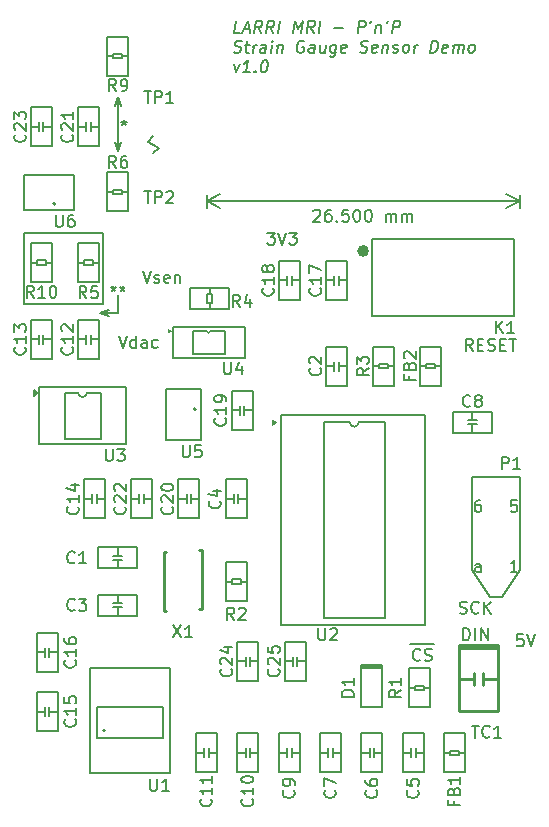
<source format=gbr>
%TF.GenerationSoftware,KiCad,Pcbnew,(5.1.9)-1*%
%TF.CreationDate,2021-03-12T11:46:57-05:00*%
%TF.ProjectId,SensorDemo,53656e73-6f72-4446-956d-6f2e6b696361,rev?*%
%TF.SameCoordinates,PX700e860PY7735940*%
%TF.FileFunction,Legend,Top*%
%TF.FilePolarity,Positive*%
%FSLAX46Y46*%
G04 Gerber Fmt 4.6, Leading zero omitted, Abs format (unit mm)*
G04 Created by KiCad (PCBNEW (5.1.9)-1) date 2021-03-12 11:46:57*
%MOMM*%
%LPD*%
G01*
G04 APERTURE LIST*
%ADD10C,0.152400*%
%ADD11C,0.100000*%
%ADD12C,0.254000*%
%ADD13C,0.120000*%
%ADD14C,0.203200*%
%ADD15C,0.508000*%
%ADD16C,0.150000*%
G04 APERTURE END LIST*
D10*
X39524380Y39040381D02*
X39185714Y39524191D01*
X38943809Y39040381D02*
X38943809Y40056381D01*
X39330857Y40056381D01*
X39427619Y40008000D01*
X39476000Y39959620D01*
X39524380Y39862858D01*
X39524380Y39717715D01*
X39476000Y39620953D01*
X39427619Y39572572D01*
X39330857Y39524191D01*
X38943809Y39524191D01*
X39959809Y39572572D02*
X40298476Y39572572D01*
X40443619Y39040381D02*
X39959809Y39040381D01*
X39959809Y40056381D01*
X40443619Y40056381D01*
X40830666Y39088762D02*
X40975809Y39040381D01*
X41217714Y39040381D01*
X41314476Y39088762D01*
X41362857Y39137143D01*
X41411238Y39233905D01*
X41411238Y39330667D01*
X41362857Y39427429D01*
X41314476Y39475810D01*
X41217714Y39524191D01*
X41024190Y39572572D01*
X40927428Y39620953D01*
X40879047Y39669334D01*
X40830666Y39766096D01*
X40830666Y39862858D01*
X40879047Y39959620D01*
X40927428Y40008000D01*
X41024190Y40056381D01*
X41266095Y40056381D01*
X41411238Y40008000D01*
X41846666Y39572572D02*
X42185333Y39572572D01*
X42330476Y39040381D02*
X41846666Y39040381D01*
X41846666Y40056381D01*
X42330476Y40056381D01*
X42620761Y40056381D02*
X43201333Y40056381D01*
X42911047Y39040381D02*
X42911047Y40056381D01*
X10000000Y58556381D02*
X10000000Y58314477D01*
X9758095Y58411239D02*
X10000000Y58314477D01*
X10241904Y58411239D01*
X9854857Y58120953D02*
X10000000Y58314477D01*
X10145142Y58120953D01*
X9500000Y60500000D02*
X9750000Y59750000D01*
X9500000Y60500000D02*
X9250000Y59750000D01*
X9500000Y56000000D02*
X9750000Y56750000D01*
X9500000Y56000000D02*
X9250000Y56750000D01*
X9500000Y60500000D02*
X9500000Y56000000D01*
X13000000Y56250000D02*
X12500000Y55750000D01*
X12000000Y56750000D02*
X13000000Y56250000D01*
X12500000Y57250000D02*
X12000000Y56750000D01*
X9112952Y44556381D02*
X9112952Y44314477D01*
X8871047Y44411239D02*
X9112952Y44314477D01*
X9354857Y44411239D01*
X8967809Y44120953D02*
X9112952Y44314477D01*
X9258095Y44120953D01*
X9887047Y44556381D02*
X9887047Y44314477D01*
X9645142Y44411239D02*
X9887047Y44314477D01*
X10128952Y44411239D01*
X9741904Y44120953D02*
X9887047Y44314477D01*
X10032190Y44120953D01*
X8000000Y42250000D02*
X8750000Y42000000D01*
X8000000Y42250000D02*
X8750000Y42500000D01*
X9500000Y42250000D02*
X8000000Y42250000D01*
X9500000Y43750000D02*
X9500000Y42250000D01*
X1500000Y43000000D02*
X1500000Y49000000D01*
X8250000Y43000000D02*
X1500000Y43000000D01*
X8250000Y49000000D02*
X8250000Y43000000D01*
X1500000Y49000000D02*
X8250000Y49000000D01*
X19830821Y65966781D02*
X19347012Y65966781D01*
X19474012Y66982781D01*
X20157393Y66257067D02*
X20641202Y66257067D01*
X20024345Y65966781D02*
X20490012Y66982781D01*
X20701679Y65966781D01*
X21620917Y65966781D02*
X21342726Y66450591D01*
X21040345Y65966781D02*
X21167345Y66982781D01*
X21554393Y66982781D01*
X21645107Y66934400D01*
X21687440Y66886020D01*
X21723726Y66789258D01*
X21705583Y66644115D01*
X21645107Y66547353D01*
X21590679Y66498972D01*
X21487869Y66450591D01*
X21100821Y66450591D01*
X22636917Y65966781D02*
X22358726Y66450591D01*
X22056345Y65966781D02*
X22183345Y66982781D01*
X22570393Y66982781D01*
X22661107Y66934400D01*
X22703440Y66886020D01*
X22739726Y66789258D01*
X22721583Y66644115D01*
X22661107Y66547353D01*
X22606679Y66498972D01*
X22503869Y66450591D01*
X22116821Y66450591D01*
X23072345Y65966781D02*
X23199345Y66982781D01*
X24330250Y65966781D02*
X24457250Y66982781D01*
X24705202Y66257067D01*
X25134583Y66982781D01*
X25007583Y65966781D01*
X26071964Y65966781D02*
X25793774Y66450591D01*
X25491393Y65966781D02*
X25618393Y66982781D01*
X26005440Y66982781D01*
X26096155Y66934400D01*
X26138488Y66886020D01*
X26174774Y66789258D01*
X26156631Y66644115D01*
X26096155Y66547353D01*
X26041726Y66498972D01*
X25938917Y66450591D01*
X25551869Y66450591D01*
X26507393Y65966781D02*
X26634393Y66982781D01*
X27813679Y66353829D02*
X28587774Y66353829D01*
X29797298Y65966781D02*
X29924298Y66982781D01*
X30311345Y66982781D01*
X30402060Y66934400D01*
X30444393Y66886020D01*
X30480679Y66789258D01*
X30462536Y66644115D01*
X30402060Y66547353D01*
X30347631Y66498972D01*
X30244821Y66450591D01*
X29857774Y66450591D01*
X30988679Y66982781D02*
X30867726Y66789258D01*
X31381774Y66644115D02*
X31297107Y65966781D01*
X31369679Y66547353D02*
X31424107Y66595734D01*
X31526917Y66644115D01*
X31672060Y66644115D01*
X31762774Y66595734D01*
X31799060Y66498972D01*
X31732536Y65966781D01*
X32391726Y66982781D02*
X32270774Y66789258D01*
X32700155Y65966781D02*
X32827155Y66982781D01*
X33214202Y66982781D01*
X33304917Y66934400D01*
X33347250Y66886020D01*
X33383536Y66789258D01*
X33365393Y66644115D01*
X33304917Y66547353D01*
X33250488Y66498972D01*
X33147679Y66450591D01*
X32760631Y66450591D01*
X19304679Y64338762D02*
X19443774Y64290381D01*
X19685679Y64290381D01*
X19788488Y64338762D01*
X19842917Y64387143D01*
X19903393Y64483905D01*
X19915488Y64580667D01*
X19879202Y64677429D01*
X19836869Y64725810D01*
X19746155Y64774191D01*
X19558679Y64822572D01*
X19467964Y64870953D01*
X19425631Y64919334D01*
X19389345Y65016096D01*
X19401440Y65112858D01*
X19461917Y65209620D01*
X19516345Y65258000D01*
X19619155Y65306381D01*
X19861060Y65306381D01*
X20000155Y65258000D01*
X20254155Y64967715D02*
X20641202Y64967715D01*
X20441631Y65306381D02*
X20332774Y64435524D01*
X20369060Y64338762D01*
X20459774Y64290381D01*
X20556536Y64290381D01*
X20895202Y64290381D02*
X20979869Y64967715D01*
X20955679Y64774191D02*
X21016155Y64870953D01*
X21070583Y64919334D01*
X21173393Y64967715D01*
X21270155Y64967715D01*
X21959583Y64290381D02*
X22026107Y64822572D01*
X21989821Y64919334D01*
X21899107Y64967715D01*
X21705583Y64967715D01*
X21602774Y64919334D01*
X21965631Y64338762D02*
X21862821Y64290381D01*
X21620917Y64290381D01*
X21530202Y64338762D01*
X21493917Y64435524D01*
X21506012Y64532286D01*
X21566488Y64629048D01*
X21669298Y64677429D01*
X21911202Y64677429D01*
X22014012Y64725810D01*
X22443393Y64290381D02*
X22528060Y64967715D01*
X22570393Y65306381D02*
X22515964Y65258000D01*
X22558298Y65209620D01*
X22612726Y65258000D01*
X22570393Y65306381D01*
X22558298Y65209620D01*
X23011869Y64967715D02*
X22927202Y64290381D01*
X22999774Y64870953D02*
X23054202Y64919334D01*
X23157012Y64967715D01*
X23302155Y64967715D01*
X23392869Y64919334D01*
X23429155Y64822572D01*
X23362631Y64290381D01*
X25273679Y65258000D02*
X25182964Y65306381D01*
X25037821Y65306381D01*
X24886631Y65258000D01*
X24777774Y65161239D01*
X24717298Y65064477D01*
X24644726Y64870953D01*
X24626583Y64725810D01*
X24650774Y64532286D01*
X24687060Y64435524D01*
X24771726Y64338762D01*
X24910821Y64290381D01*
X25007583Y64290381D01*
X25158774Y64338762D01*
X25213202Y64387143D01*
X25255536Y64725810D01*
X25062012Y64725810D01*
X26071964Y64290381D02*
X26138488Y64822572D01*
X26102202Y64919334D01*
X26011488Y64967715D01*
X25817964Y64967715D01*
X25715155Y64919334D01*
X26078012Y64338762D02*
X25975202Y64290381D01*
X25733298Y64290381D01*
X25642583Y64338762D01*
X25606298Y64435524D01*
X25618393Y64532286D01*
X25678869Y64629048D01*
X25781679Y64677429D01*
X26023583Y64677429D01*
X26126393Y64725810D01*
X27075869Y64967715D02*
X26991202Y64290381D01*
X26640440Y64967715D02*
X26573917Y64435524D01*
X26610202Y64338762D01*
X26700917Y64290381D01*
X26846060Y64290381D01*
X26948869Y64338762D01*
X27003298Y64387143D01*
X27995107Y64967715D02*
X27892298Y64145239D01*
X27831821Y64048477D01*
X27777393Y64000096D01*
X27674583Y63951715D01*
X27529440Y63951715D01*
X27438726Y64000096D01*
X27916488Y64338762D02*
X27813679Y64290381D01*
X27620155Y64290381D01*
X27529440Y64338762D01*
X27487107Y64387143D01*
X27450821Y64483905D01*
X27487107Y64774191D01*
X27547583Y64870953D01*
X27602012Y64919334D01*
X27704821Y64967715D01*
X27898345Y64967715D01*
X27989060Y64919334D01*
X28787345Y64338762D02*
X28684536Y64290381D01*
X28491012Y64290381D01*
X28400298Y64338762D01*
X28364012Y64435524D01*
X28412393Y64822572D01*
X28472869Y64919334D01*
X28575679Y64967715D01*
X28769202Y64967715D01*
X28859917Y64919334D01*
X28896202Y64822572D01*
X28884107Y64725810D01*
X28388202Y64629048D01*
X29996869Y64338762D02*
X30135964Y64290381D01*
X30377869Y64290381D01*
X30480679Y64338762D01*
X30535107Y64387143D01*
X30595583Y64483905D01*
X30607679Y64580667D01*
X30571393Y64677429D01*
X30529060Y64725810D01*
X30438345Y64774191D01*
X30250869Y64822572D01*
X30160155Y64870953D01*
X30117821Y64919334D01*
X30081536Y65016096D01*
X30093631Y65112858D01*
X30154107Y65209620D01*
X30208536Y65258000D01*
X30311345Y65306381D01*
X30553250Y65306381D01*
X30692345Y65258000D01*
X31399917Y64338762D02*
X31297107Y64290381D01*
X31103583Y64290381D01*
X31012869Y64338762D01*
X30976583Y64435524D01*
X31024964Y64822572D01*
X31085440Y64919334D01*
X31188250Y64967715D01*
X31381774Y64967715D01*
X31472488Y64919334D01*
X31508774Y64822572D01*
X31496679Y64725810D01*
X31000774Y64629048D01*
X31962345Y64967715D02*
X31877679Y64290381D01*
X31950250Y64870953D02*
X32004679Y64919334D01*
X32107488Y64967715D01*
X32252631Y64967715D01*
X32343345Y64919334D01*
X32379631Y64822572D01*
X32313107Y64290381D01*
X32754583Y64338762D02*
X32845298Y64290381D01*
X33038821Y64290381D01*
X33141631Y64338762D01*
X33202107Y64435524D01*
X33208155Y64483905D01*
X33171869Y64580667D01*
X33081155Y64629048D01*
X32936012Y64629048D01*
X32845298Y64677429D01*
X32809012Y64774191D01*
X32815060Y64822572D01*
X32875536Y64919334D01*
X32978345Y64967715D01*
X33123488Y64967715D01*
X33214202Y64919334D01*
X33764536Y64290381D02*
X33673821Y64338762D01*
X33631488Y64387143D01*
X33595202Y64483905D01*
X33631488Y64774191D01*
X33691964Y64870953D01*
X33746393Y64919334D01*
X33849202Y64967715D01*
X33994345Y64967715D01*
X34085060Y64919334D01*
X34127393Y64870953D01*
X34163679Y64774191D01*
X34127393Y64483905D01*
X34066917Y64387143D01*
X34012488Y64338762D01*
X33909679Y64290381D01*
X33764536Y64290381D01*
X34538631Y64290381D02*
X34623298Y64967715D01*
X34599107Y64774191D02*
X34659583Y64870953D01*
X34714012Y64919334D01*
X34816821Y64967715D01*
X34913583Y64967715D01*
X35941679Y64290381D02*
X36068679Y65306381D01*
X36310583Y65306381D01*
X36449679Y65258000D01*
X36534345Y65161239D01*
X36570631Y65064477D01*
X36594821Y64870953D01*
X36576679Y64725810D01*
X36504107Y64532286D01*
X36443631Y64435524D01*
X36334774Y64338762D01*
X36183583Y64290381D01*
X35941679Y64290381D01*
X37350774Y64338762D02*
X37247964Y64290381D01*
X37054440Y64290381D01*
X36963726Y64338762D01*
X36927440Y64435524D01*
X36975821Y64822572D01*
X37036298Y64919334D01*
X37139107Y64967715D01*
X37332631Y64967715D01*
X37423345Y64919334D01*
X37459631Y64822572D01*
X37447536Y64725810D01*
X36951631Y64629048D01*
X37828536Y64290381D02*
X37913202Y64967715D01*
X37901107Y64870953D02*
X37955536Y64919334D01*
X38058345Y64967715D01*
X38203488Y64967715D01*
X38294202Y64919334D01*
X38330488Y64822572D01*
X38263964Y64290381D01*
X38330488Y64822572D02*
X38390964Y64919334D01*
X38493774Y64967715D01*
X38638917Y64967715D01*
X38729631Y64919334D01*
X38765917Y64822572D01*
X38699393Y64290381D01*
X39328345Y64290381D02*
X39237631Y64338762D01*
X39195298Y64387143D01*
X39159012Y64483905D01*
X39195298Y64774191D01*
X39255774Y64870953D01*
X39310202Y64919334D01*
X39413012Y64967715D01*
X39558155Y64967715D01*
X39648869Y64919334D01*
X39691202Y64870953D01*
X39727488Y64774191D01*
X39691202Y64483905D01*
X39630726Y64387143D01*
X39576298Y64338762D01*
X39473488Y64290381D01*
X39328345Y64290381D01*
X19334917Y63291315D02*
X19492155Y62613981D01*
X19818726Y63291315D01*
X20653298Y62613981D02*
X20072726Y62613981D01*
X20363012Y62613981D02*
X20490012Y63629981D01*
X20375107Y63484839D01*
X20266250Y63388077D01*
X20163440Y63339696D01*
X21100821Y62710743D02*
X21143155Y62662362D01*
X21088726Y62613981D01*
X21046393Y62662362D01*
X21100821Y62710743D01*
X21088726Y62613981D01*
X21893060Y63629981D02*
X21989821Y63629981D01*
X22080536Y63581600D01*
X22122869Y63533220D01*
X22159155Y63436458D01*
X22183345Y63242934D01*
X22153107Y63001029D01*
X22080536Y62807505D01*
X22020060Y62710743D01*
X21965631Y62662362D01*
X21862821Y62613981D01*
X21766060Y62613981D01*
X21675345Y62662362D01*
X21633012Y62710743D01*
X21596726Y62807505D01*
X21572536Y63001029D01*
X21602774Y63242934D01*
X21675345Y63436458D01*
X21735821Y63533220D01*
X21790250Y63581600D01*
X21893060Y63629981D01*
X26040857Y50888820D02*
X26089238Y50937200D01*
X26186000Y50985581D01*
X26427904Y50985581D01*
X26524666Y50937200D01*
X26573047Y50888820D01*
X26621428Y50792058D01*
X26621428Y50695296D01*
X26573047Y50550153D01*
X25992476Y49969581D01*
X26621428Y49969581D01*
X27492285Y50985581D02*
X27298761Y50985581D01*
X27202000Y50937200D01*
X27153619Y50888820D01*
X27056857Y50743677D01*
X27008476Y50550153D01*
X27008476Y50163105D01*
X27056857Y50066343D01*
X27105238Y50017962D01*
X27202000Y49969581D01*
X27395523Y49969581D01*
X27492285Y50017962D01*
X27540666Y50066343D01*
X27589047Y50163105D01*
X27589047Y50405010D01*
X27540666Y50501772D01*
X27492285Y50550153D01*
X27395523Y50598534D01*
X27202000Y50598534D01*
X27105238Y50550153D01*
X27056857Y50501772D01*
X27008476Y50405010D01*
X28024476Y50066343D02*
X28072857Y50017962D01*
X28024476Y49969581D01*
X27976095Y50017962D01*
X28024476Y50066343D01*
X28024476Y49969581D01*
X28992095Y50985581D02*
X28508285Y50985581D01*
X28459904Y50501772D01*
X28508285Y50550153D01*
X28605047Y50598534D01*
X28846952Y50598534D01*
X28943714Y50550153D01*
X28992095Y50501772D01*
X29040476Y50405010D01*
X29040476Y50163105D01*
X28992095Y50066343D01*
X28943714Y50017962D01*
X28846952Y49969581D01*
X28605047Y49969581D01*
X28508285Y50017962D01*
X28459904Y50066343D01*
X29669428Y50985581D02*
X29766190Y50985581D01*
X29862952Y50937200D01*
X29911333Y50888820D01*
X29959714Y50792058D01*
X30008095Y50598534D01*
X30008095Y50356629D01*
X29959714Y50163105D01*
X29911333Y50066343D01*
X29862952Y50017962D01*
X29766190Y49969581D01*
X29669428Y49969581D01*
X29572666Y50017962D01*
X29524285Y50066343D01*
X29475904Y50163105D01*
X29427523Y50356629D01*
X29427523Y50598534D01*
X29475904Y50792058D01*
X29524285Y50888820D01*
X29572666Y50937200D01*
X29669428Y50985581D01*
X30637047Y50985581D02*
X30733809Y50985581D01*
X30830571Y50937200D01*
X30878952Y50888820D01*
X30927333Y50792058D01*
X30975714Y50598534D01*
X30975714Y50356629D01*
X30927333Y50163105D01*
X30878952Y50066343D01*
X30830571Y50017962D01*
X30733809Y49969581D01*
X30637047Y49969581D01*
X30540285Y50017962D01*
X30491904Y50066343D01*
X30443523Y50163105D01*
X30395142Y50356629D01*
X30395142Y50598534D01*
X30443523Y50792058D01*
X30491904Y50888820D01*
X30540285Y50937200D01*
X30637047Y50985581D01*
X32185238Y49969581D02*
X32185238Y50646915D01*
X32185238Y50550153D02*
X32233619Y50598534D01*
X32330380Y50646915D01*
X32475523Y50646915D01*
X32572285Y50598534D01*
X32620666Y50501772D01*
X32620666Y49969581D01*
X32620666Y50501772D02*
X32669047Y50598534D01*
X32765809Y50646915D01*
X32910952Y50646915D01*
X33007714Y50598534D01*
X33056095Y50501772D01*
X33056095Y49969581D01*
X33539904Y49969581D02*
X33539904Y50646915D01*
X33539904Y50550153D02*
X33588285Y50598534D01*
X33685047Y50646915D01*
X33830190Y50646915D01*
X33926952Y50598534D01*
X33975333Y50501772D01*
X33975333Y49969581D01*
X33975333Y50501772D02*
X34023714Y50598534D01*
X34120476Y50646915D01*
X34265619Y50646915D01*
X34362380Y50598534D01*
X34410761Y50501772D01*
X34410761Y49969581D01*
X43500000Y51750000D02*
X17000000Y51750000D01*
X43500000Y52250000D02*
X43500000Y51163579D01*
X17000000Y52250000D02*
X17000000Y51163579D01*
X17000000Y51750000D02*
X18126504Y52336421D01*
X17000000Y51750000D02*
X18126504Y51163579D01*
X43500000Y51750000D02*
X42373496Y52336421D01*
X43500000Y51750000D02*
X42373496Y51163579D01*
%TO.C,U5*%
X16050000Y34100000D02*
G75*
G03*
X16050000Y34100000I-50000J0D01*
G01*
X16100000Y34100000D02*
G75*
G03*
X16100000Y34100000I-100000J0D01*
G01*
X13600000Y31500000D02*
X16500000Y31500000D01*
X16500000Y31500000D02*
X16500000Y35800000D01*
X16500000Y35800000D02*
X13600000Y35800000D01*
X13600000Y35800000D02*
X13600000Y31500000D01*
%TO.C,U6*%
X4150000Y51500000D02*
G75*
G03*
X4150000Y51500000I-50000J0D01*
G01*
X4200000Y51500000D02*
G75*
G03*
X4200000Y51500000I-100000J0D01*
G01*
X1500000Y53900000D02*
X1500000Y51000000D01*
X1500000Y51000000D02*
X5800000Y51000000D01*
X5800000Y51000000D02*
X5800000Y53900000D01*
X5800000Y53900000D02*
X1500000Y53900000D01*
%TO.C,U4*%
X17400000Y40750000D02*
X18550000Y40750000D01*
X17000000Y40750000D02*
X15850000Y40750000D01*
X15850000Y40750000D02*
X15850000Y38800000D01*
X15850000Y38800000D02*
X18550000Y38800000D01*
X18550000Y38800000D02*
X18550000Y40750000D01*
X14150000Y38450000D02*
X14150000Y41100000D01*
X20250000Y38450000D02*
X14150000Y38450000D01*
X20250000Y41100000D02*
X20250000Y38450000D01*
X14150000Y41100000D02*
X20250000Y41100000D01*
D11*
G36*
X13984000Y40750000D02*
G01*
X13730000Y40623000D01*
X13730000Y40877000D01*
X13984000Y40750000D01*
G37*
X13984000Y40750000D02*
X13730000Y40623000D01*
X13730000Y40877000D01*
X13984000Y40750000D01*
D10*
X17200000Y40550000D02*
G75*
G03*
X17400000Y40750000I0J200000D01*
G01*
X17000000Y40750000D02*
G75*
G03*
X17200000Y40550000I200000J0D01*
G01*
%TO.C,P1*%
X39468000Y28390000D02*
X43532000Y28390000D01*
X43532000Y28390000D02*
X43532000Y20516000D01*
X42008000Y18230000D02*
X40992000Y18230000D01*
X39468000Y20516000D02*
X39468000Y28390000D01*
X39468000Y20516000D02*
X40992000Y18230000D01*
X43532000Y20516000D02*
X42008000Y18230000D01*
%TO.C,C8*%
X37849000Y32111000D02*
X37849000Y33889000D01*
X41151000Y32111000D02*
X37849000Y32111000D01*
X41151000Y33889000D02*
X41151000Y32111000D01*
X37849000Y33889000D02*
X41151000Y33889000D01*
X39119000Y33190500D02*
X39881000Y33190500D01*
X39119000Y32809500D02*
X39881000Y32809500D01*
X39500000Y32809500D02*
X39500000Y32111000D01*
X39500000Y33190500D02*
X39500000Y33889000D01*
D12*
%TO.C,X1*%
X13400000Y22000000D02*
X13400000Y17000000D01*
X16600000Y22150000D02*
X16600000Y17200000D01*
X16600000Y17200000D02*
X16400000Y17200000D01*
X16600000Y22150000D02*
X16400000Y22150000D01*
X13400000Y22000000D02*
X13600000Y22000000D01*
X13400000Y17000000D02*
X13600000Y17000000D01*
D10*
%TO.C,R6*%
X9881000Y52309500D02*
X9881000Y52690500D01*
X9119000Y52309500D02*
X9119000Y52690500D01*
X9881000Y52309500D02*
X9119000Y52309500D01*
X9119000Y52690500D02*
X9881000Y52690500D01*
X9881000Y52500000D02*
X10389000Y52500000D01*
X9119000Y52500000D02*
X8611000Y52500000D01*
X8611000Y54151000D02*
X10389000Y54151000D01*
X10389000Y54151000D02*
X10389000Y50849000D01*
X10389000Y50849000D02*
X8611000Y50849000D01*
X8611000Y50849000D02*
X8611000Y54151000D01*
%TO.C,R4*%
X17059500Y43119000D02*
X17440500Y43119000D01*
X17059500Y43881000D02*
X17440500Y43881000D01*
X17059500Y43119000D02*
X17059500Y43881000D01*
X17440500Y43881000D02*
X17440500Y43119000D01*
X17250000Y43119000D02*
X17250000Y42611000D01*
X17250000Y43881000D02*
X17250000Y44389000D01*
X18901000Y44389000D02*
X18901000Y42611000D01*
X18901000Y42611000D02*
X15599000Y42611000D01*
X15599000Y42611000D02*
X15599000Y44389000D01*
X15599000Y44389000D02*
X18901000Y44389000D01*
%TO.C,C19*%
X19111000Y35651000D02*
X20889000Y35651000D01*
X19111000Y32349000D02*
X19111000Y35651000D01*
X20889000Y32349000D02*
X19111000Y32349000D01*
X20889000Y35651000D02*
X20889000Y32349000D01*
X20190500Y34381000D02*
X20190500Y33619000D01*
X19809500Y34381000D02*
X19809500Y33619000D01*
X19809500Y34000000D02*
X19111000Y34000000D01*
X20190500Y34000000D02*
X20889000Y34000000D01*
D12*
%TO.C,TC1*%
X38349000Y13917000D02*
X41651000Y13917000D01*
X41651000Y8583000D02*
X38349000Y8583000D01*
X41651000Y14044000D02*
X38349000Y14044000D01*
X41651000Y14171000D02*
X38349000Y14171000D01*
X41651000Y8583000D02*
X41651000Y14171000D01*
X38349000Y14171000D02*
X38349000Y8583000D01*
X40381000Y11758000D02*
X40381000Y10742000D01*
X39619000Y11758000D02*
X39619000Y10742000D01*
X39619000Y11250000D02*
X38349000Y11250000D01*
X40381000Y11250000D02*
X41651000Y11250000D01*
D10*
%TO.C,C24*%
X20690500Y12750000D02*
X21389000Y12750000D01*
X20309500Y12750000D02*
X19611000Y12750000D01*
X20309500Y13131000D02*
X20309500Y12369000D01*
X20690500Y13131000D02*
X20690500Y12369000D01*
X21389000Y14401000D02*
X21389000Y11099000D01*
X21389000Y11099000D02*
X19611000Y11099000D01*
X19611000Y11099000D02*
X19611000Y14401000D01*
X19611000Y14401000D02*
X21389000Y14401000D01*
%TO.C,C25*%
X23611000Y14401000D02*
X25389000Y14401000D01*
X23611000Y11099000D02*
X23611000Y14401000D01*
X25389000Y11099000D02*
X23611000Y11099000D01*
X25389000Y14401000D02*
X25389000Y11099000D01*
X24690500Y13131000D02*
X24690500Y12369000D01*
X24309500Y13131000D02*
X24309500Y12369000D01*
X24309500Y12750000D02*
X23611000Y12750000D01*
X24690500Y12750000D02*
X25389000Y12750000D01*
D13*
%TO.C,U2*%
X22800000Y33000000D02*
X22700000Y33000000D01*
X22700000Y33100000D02*
X22700000Y32900000D01*
X22600000Y33100000D02*
X22600000Y32900000D01*
D10*
X32100000Y16400000D02*
X26900000Y16400000D01*
X32100000Y33000000D02*
X32100000Y16400000D01*
X31024000Y33000000D02*
X32100000Y33000000D01*
X26900000Y33000000D02*
X26900000Y16400000D01*
X27976000Y33000000D02*
X26900000Y33000000D01*
D13*
X22500000Y32800000D02*
X22900000Y33000000D01*
X22500000Y33200000D02*
X22500000Y32800000D01*
X22900000Y33000000D02*
X22500000Y33200000D01*
D10*
X25700000Y33600000D02*
X33200000Y33600000D01*
X29881000Y33000000D02*
X31024000Y33000000D01*
X29119000Y33000000D02*
X27976000Y33000000D01*
X25700000Y33600000D02*
X23300000Y33600000D01*
X23300000Y33600000D02*
X23300000Y15800000D01*
X23300000Y15800000D02*
X35500000Y15800000D01*
X35500000Y15800000D02*
X35500000Y33600000D01*
X35500000Y33600000D02*
X33200000Y33600000D01*
X29500000Y32619000D02*
G75*
G03*
X29881000Y33000000I0J381000D01*
G01*
X29119000Y33000000D02*
G75*
G03*
X29500000Y32619000I381000J0D01*
G01*
%TO.C,D1*%
X31889000Y8849000D02*
X30111000Y8849000D01*
X31889000Y12151000D02*
X31889000Y8849000D01*
X30111000Y12151000D02*
X31889000Y12151000D01*
X30111000Y8849000D02*
X30111000Y12151000D01*
X30111000Y12278000D02*
X30111000Y12151000D01*
X31889000Y12278000D02*
X30111000Y12278000D01*
X31889000Y12151000D02*
X31889000Y12278000D01*
X31889000Y12405000D02*
X31889000Y12278000D01*
X30111000Y12405000D02*
X31889000Y12405000D01*
X30111000Y12278000D02*
X30111000Y12405000D01*
%TO.C,FB2*%
X36381000Y37559500D02*
X36381000Y37940500D01*
X35619000Y37559500D02*
X35619000Y37940500D01*
X36381000Y37559500D02*
X35619000Y37559500D01*
X35619000Y37940500D02*
X36381000Y37940500D01*
X36381000Y37750000D02*
X36889000Y37750000D01*
X35619000Y37750000D02*
X35111000Y37750000D01*
X35111000Y39401000D02*
X36889000Y39401000D01*
X36889000Y39401000D02*
X36889000Y36099000D01*
X36889000Y36099000D02*
X35111000Y36099000D01*
X35111000Y36099000D02*
X35111000Y39401000D01*
%TO.C,C16*%
X4389000Y11849000D02*
X2611000Y11849000D01*
X4389000Y15151000D02*
X4389000Y11849000D01*
X2611000Y15151000D02*
X4389000Y15151000D01*
X2611000Y11849000D02*
X2611000Y15151000D01*
X3309500Y13119000D02*
X3309500Y13881000D01*
X3690500Y13119000D02*
X3690500Y13881000D01*
X3690500Y13500000D02*
X4389000Y13500000D01*
X3309500Y13500000D02*
X2611000Y13500000D01*
%TO.C,R9*%
X8611000Y62349000D02*
X8611000Y65651000D01*
X10389000Y62349000D02*
X8611000Y62349000D01*
X10389000Y65651000D02*
X10389000Y62349000D01*
X8611000Y65651000D02*
X10389000Y65651000D01*
X9119000Y64000000D02*
X8611000Y64000000D01*
X9881000Y64000000D02*
X10389000Y64000000D01*
X9119000Y64190500D02*
X9881000Y64190500D01*
X9881000Y63809500D02*
X9119000Y63809500D01*
X9119000Y63809500D02*
X9119000Y64190500D01*
X9881000Y63809500D02*
X9881000Y64190500D01*
%TO.C,R1*%
X34111000Y8849000D02*
X34111000Y12151000D01*
X35889000Y8849000D02*
X34111000Y8849000D01*
X35889000Y12151000D02*
X35889000Y8849000D01*
X34111000Y12151000D02*
X35889000Y12151000D01*
X34619000Y10500000D02*
X34111000Y10500000D01*
X35381000Y10500000D02*
X35889000Y10500000D01*
X34619000Y10690500D02*
X35381000Y10690500D01*
X35381000Y10309500D02*
X34619000Y10309500D01*
X34619000Y10309500D02*
X34619000Y10690500D01*
X35381000Y10309500D02*
X35381000Y10690500D01*
D14*
%TO.C,U1*%
X8400000Y6900000D02*
G75*
G03*
X8400000Y6900000I-100000J0D01*
G01*
D10*
X7700000Y6300000D02*
X13300000Y6300000D01*
X13300000Y6300000D02*
X13300000Y8900000D01*
X13300000Y8900000D02*
X7700000Y8900000D01*
X7700000Y8900000D02*
X7700000Y6300000D01*
X7100000Y3300000D02*
X7100000Y12200000D01*
X7100000Y12200000D02*
X13900000Y12200000D01*
X13900000Y12200000D02*
X13900000Y3300000D01*
X13900000Y3300000D02*
X7100000Y3300000D01*
%TO.C,C1*%
X11151000Y22389000D02*
X11151000Y20611000D01*
X7849000Y22389000D02*
X11151000Y22389000D01*
X7849000Y20611000D02*
X7849000Y22389000D01*
X11151000Y20611000D02*
X7849000Y20611000D01*
X9881000Y21309500D02*
X9119000Y21309500D01*
X9881000Y21690500D02*
X9119000Y21690500D01*
X9500000Y21690500D02*
X9500000Y22389000D01*
X9500000Y21309500D02*
X9500000Y20611000D01*
%TO.C,C2*%
X27809500Y37750000D02*
X27111000Y37750000D01*
X28190500Y37750000D02*
X28889000Y37750000D01*
X28190500Y37369000D02*
X28190500Y38131000D01*
X27809500Y37369000D02*
X27809500Y38131000D01*
X27111000Y36099000D02*
X27111000Y39401000D01*
X27111000Y39401000D02*
X28889000Y39401000D01*
X28889000Y39401000D02*
X28889000Y36099000D01*
X28889000Y36099000D02*
X27111000Y36099000D01*
%TO.C,C3*%
X11151000Y18389000D02*
X11151000Y16611000D01*
X7849000Y18389000D02*
X11151000Y18389000D01*
X7849000Y16611000D02*
X7849000Y18389000D01*
X11151000Y16611000D02*
X7849000Y16611000D01*
X9881000Y17309500D02*
X9119000Y17309500D01*
X9881000Y17690500D02*
X9119000Y17690500D01*
X9500000Y17690500D02*
X9500000Y18389000D01*
X9500000Y17309500D02*
X9500000Y16611000D01*
%TO.C,C4*%
X19690500Y26500000D02*
X20389000Y26500000D01*
X19309500Y26500000D02*
X18611000Y26500000D01*
X19309500Y26881000D02*
X19309500Y26119000D01*
X19690500Y26881000D02*
X19690500Y26119000D01*
X20389000Y28151000D02*
X20389000Y24849000D01*
X20389000Y24849000D02*
X18611000Y24849000D01*
X18611000Y24849000D02*
X18611000Y28151000D01*
X18611000Y28151000D02*
X20389000Y28151000D01*
%TO.C,C5*%
X34309500Y5000000D02*
X33611000Y5000000D01*
X34690500Y5000000D02*
X35389000Y5000000D01*
X34690500Y4619000D02*
X34690500Y5381000D01*
X34309500Y4619000D02*
X34309500Y5381000D01*
X33611000Y3349000D02*
X33611000Y6651000D01*
X33611000Y6651000D02*
X35389000Y6651000D01*
X35389000Y6651000D02*
X35389000Y3349000D01*
X35389000Y3349000D02*
X33611000Y3349000D01*
%TO.C,C6*%
X31889000Y3349000D02*
X30111000Y3349000D01*
X31889000Y6651000D02*
X31889000Y3349000D01*
X30111000Y6651000D02*
X31889000Y6651000D01*
X30111000Y3349000D02*
X30111000Y6651000D01*
X30809500Y4619000D02*
X30809500Y5381000D01*
X31190500Y4619000D02*
X31190500Y5381000D01*
X31190500Y5000000D02*
X31889000Y5000000D01*
X30809500Y5000000D02*
X30111000Y5000000D01*
%TO.C,C7*%
X28389000Y3349000D02*
X26611000Y3349000D01*
X28389000Y6651000D02*
X28389000Y3349000D01*
X26611000Y6651000D02*
X28389000Y6651000D01*
X26611000Y3349000D02*
X26611000Y6651000D01*
X27309500Y4619000D02*
X27309500Y5381000D01*
X27690500Y4619000D02*
X27690500Y5381000D01*
X27690500Y5000000D02*
X28389000Y5000000D01*
X27309500Y5000000D02*
X26611000Y5000000D01*
%TO.C,C9*%
X23809500Y5000000D02*
X23111000Y5000000D01*
X24190500Y5000000D02*
X24889000Y5000000D01*
X24190500Y4619000D02*
X24190500Y5381000D01*
X23809500Y4619000D02*
X23809500Y5381000D01*
X23111000Y3349000D02*
X23111000Y6651000D01*
X23111000Y6651000D02*
X24889000Y6651000D01*
X24889000Y6651000D02*
X24889000Y3349000D01*
X24889000Y3349000D02*
X23111000Y3349000D01*
%TO.C,C10*%
X21389000Y3349000D02*
X19611000Y3349000D01*
X21389000Y6651000D02*
X21389000Y3349000D01*
X19611000Y6651000D02*
X21389000Y6651000D01*
X19611000Y3349000D02*
X19611000Y6651000D01*
X20309500Y4619000D02*
X20309500Y5381000D01*
X20690500Y4619000D02*
X20690500Y5381000D01*
X20690500Y5000000D02*
X21389000Y5000000D01*
X20309500Y5000000D02*
X19611000Y5000000D01*
%TO.C,C11*%
X16809500Y5000000D02*
X16111000Y5000000D01*
X17190500Y5000000D02*
X17889000Y5000000D01*
X17190500Y4619000D02*
X17190500Y5381000D01*
X16809500Y4619000D02*
X16809500Y5381000D01*
X16111000Y3349000D02*
X16111000Y6651000D01*
X16111000Y6651000D02*
X17889000Y6651000D01*
X17889000Y6651000D02*
X17889000Y3349000D01*
X17889000Y3349000D02*
X16111000Y3349000D01*
%TO.C,C12*%
X6809500Y40000000D02*
X6111000Y40000000D01*
X7190500Y40000000D02*
X7889000Y40000000D01*
X7190500Y39619000D02*
X7190500Y40381000D01*
X6809500Y39619000D02*
X6809500Y40381000D01*
X6111000Y38349000D02*
X6111000Y41651000D01*
X6111000Y41651000D02*
X7889000Y41651000D01*
X7889000Y41651000D02*
X7889000Y38349000D01*
X7889000Y38349000D02*
X6111000Y38349000D01*
%TO.C,C13*%
X3889000Y38349000D02*
X2111000Y38349000D01*
X3889000Y41651000D02*
X3889000Y38349000D01*
X2111000Y41651000D02*
X3889000Y41651000D01*
X2111000Y38349000D02*
X2111000Y41651000D01*
X2809500Y39619000D02*
X2809500Y40381000D01*
X3190500Y39619000D02*
X3190500Y40381000D01*
X3190500Y40000000D02*
X3889000Y40000000D01*
X2809500Y40000000D02*
X2111000Y40000000D01*
%TO.C,C15*%
X3690500Y8500000D02*
X4389000Y8500000D01*
X3309500Y8500000D02*
X2611000Y8500000D01*
X3309500Y8881000D02*
X3309500Y8119000D01*
X3690500Y8881000D02*
X3690500Y8119000D01*
X4389000Y10151000D02*
X4389000Y6849000D01*
X4389000Y6849000D02*
X2611000Y6849000D01*
X2611000Y6849000D02*
X2611000Y10151000D01*
X2611000Y10151000D02*
X4389000Y10151000D01*
%TO.C,C17*%
X27809500Y45000000D02*
X27111000Y45000000D01*
X28190500Y45000000D02*
X28889000Y45000000D01*
X28190500Y44619000D02*
X28190500Y45381000D01*
X27809500Y44619000D02*
X27809500Y45381000D01*
X27111000Y43349000D02*
X27111000Y46651000D01*
X27111000Y46651000D02*
X28889000Y46651000D01*
X28889000Y46651000D02*
X28889000Y43349000D01*
X28889000Y43349000D02*
X27111000Y43349000D01*
%TO.C,C18*%
X24889000Y43349000D02*
X23111000Y43349000D01*
X24889000Y46651000D02*
X24889000Y43349000D01*
X23111000Y46651000D02*
X24889000Y46651000D01*
X23111000Y43349000D02*
X23111000Y46651000D01*
X23809500Y44619000D02*
X23809500Y45381000D01*
X24190500Y44619000D02*
X24190500Y45381000D01*
X24190500Y45000000D02*
X24889000Y45000000D01*
X23809500Y45000000D02*
X23111000Y45000000D01*
%TO.C,C20*%
X14611000Y28151000D02*
X16389000Y28151000D01*
X14611000Y24849000D02*
X14611000Y28151000D01*
X16389000Y24849000D02*
X14611000Y24849000D01*
X16389000Y28151000D02*
X16389000Y24849000D01*
X15690500Y26881000D02*
X15690500Y26119000D01*
X15309500Y26881000D02*
X15309500Y26119000D01*
X15309500Y26500000D02*
X14611000Y26500000D01*
X15690500Y26500000D02*
X16389000Y26500000D01*
%TO.C,C21*%
X6809500Y58000000D02*
X6111000Y58000000D01*
X7190500Y58000000D02*
X7889000Y58000000D01*
X7190500Y57619000D02*
X7190500Y58381000D01*
X6809500Y57619000D02*
X6809500Y58381000D01*
X6111000Y56349000D02*
X6111000Y59651000D01*
X6111000Y59651000D02*
X7889000Y59651000D01*
X7889000Y59651000D02*
X7889000Y56349000D01*
X7889000Y56349000D02*
X6111000Y56349000D01*
%TO.C,C22*%
X11690500Y26500000D02*
X12389000Y26500000D01*
X11309500Y26500000D02*
X10611000Y26500000D01*
X11309500Y26881000D02*
X11309500Y26119000D01*
X11690500Y26881000D02*
X11690500Y26119000D01*
X12389000Y28151000D02*
X12389000Y24849000D01*
X12389000Y24849000D02*
X10611000Y24849000D01*
X10611000Y24849000D02*
X10611000Y28151000D01*
X10611000Y28151000D02*
X12389000Y28151000D01*
%TO.C,C23*%
X2809500Y58000000D02*
X2111000Y58000000D01*
X3190500Y58000000D02*
X3889000Y58000000D01*
X3190500Y57619000D02*
X3190500Y58381000D01*
X2809500Y57619000D02*
X2809500Y58381000D01*
X2111000Y56349000D02*
X2111000Y59651000D01*
X2111000Y59651000D02*
X3889000Y59651000D01*
X3889000Y59651000D02*
X3889000Y56349000D01*
X3889000Y56349000D02*
X2111000Y56349000D01*
%TO.C,R2*%
X19119000Y19690500D02*
X19119000Y19309500D01*
X19881000Y19690500D02*
X19881000Y19309500D01*
X19119000Y19690500D02*
X19881000Y19690500D01*
X19881000Y19309500D02*
X19119000Y19309500D01*
X19119000Y19500000D02*
X18611000Y19500000D01*
X19881000Y19500000D02*
X20389000Y19500000D01*
X20389000Y17849000D02*
X18611000Y17849000D01*
X18611000Y17849000D02*
X18611000Y21151000D01*
X18611000Y21151000D02*
X20389000Y21151000D01*
X20389000Y21151000D02*
X20389000Y17849000D01*
%TO.C,R3*%
X32889000Y39401000D02*
X32889000Y36099000D01*
X31111000Y39401000D02*
X32889000Y39401000D01*
X31111000Y36099000D02*
X31111000Y39401000D01*
X32889000Y36099000D02*
X31111000Y36099000D01*
X32381000Y37750000D02*
X32889000Y37750000D01*
X31619000Y37750000D02*
X31111000Y37750000D01*
X32381000Y37559500D02*
X31619000Y37559500D01*
X31619000Y37940500D02*
X32381000Y37940500D01*
X32381000Y37940500D02*
X32381000Y37559500D01*
X31619000Y37940500D02*
X31619000Y37559500D01*
%TO.C,R5*%
X7889000Y48151000D02*
X7889000Y44849000D01*
X6111000Y48151000D02*
X7889000Y48151000D01*
X6111000Y44849000D02*
X6111000Y48151000D01*
X7889000Y44849000D02*
X6111000Y44849000D01*
X7381000Y46500000D02*
X7889000Y46500000D01*
X6619000Y46500000D02*
X6111000Y46500000D01*
X7381000Y46309500D02*
X6619000Y46309500D01*
X6619000Y46690500D02*
X7381000Y46690500D01*
X7381000Y46690500D02*
X7381000Y46309500D01*
X6619000Y46690500D02*
X6619000Y46309500D01*
%TO.C,R10*%
X3381000Y46309500D02*
X3381000Y46690500D01*
X2619000Y46309500D02*
X2619000Y46690500D01*
X3381000Y46309500D02*
X2619000Y46309500D01*
X2619000Y46690500D02*
X3381000Y46690500D01*
X3381000Y46500000D02*
X3889000Y46500000D01*
X2619000Y46500000D02*
X2111000Y46500000D01*
X2111000Y48151000D02*
X3889000Y48151000D01*
X3889000Y48151000D02*
X3889000Y44849000D01*
X3889000Y44849000D02*
X2111000Y44849000D01*
X2111000Y44849000D02*
X2111000Y48151000D01*
%TO.C,U3*%
X8024000Y31563000D02*
X8024000Y35500000D01*
X4976000Y31563000D02*
X8024000Y31563000D01*
X4976000Y35500000D02*
X4976000Y31563000D01*
X6119000Y35500000D02*
X4976000Y35500000D01*
X6881000Y35500000D02*
X8024000Y35500000D01*
X2800000Y31150000D02*
X2800000Y36000000D01*
X10200000Y31150000D02*
X2800000Y31150000D01*
X10200000Y36000000D02*
X10200000Y31150000D01*
X2800000Y36000000D02*
X10200000Y36000000D01*
X2650000Y35500000D02*
X2400000Y35750000D01*
X2650000Y35500000D02*
X2400000Y35250000D01*
X2400000Y35250000D02*
X2400000Y35750000D01*
X2400000Y35500000D02*
X2650000Y35500000D01*
X6119000Y35500000D02*
G75*
G03*
X6500000Y35119000I381000J0D01*
G01*
X6500000Y35119000D02*
G75*
G03*
X6881000Y35500000I0J381000D01*
G01*
%TO.C,FB1*%
X38889000Y6651000D02*
X38889000Y3349000D01*
X37111000Y6651000D02*
X38889000Y6651000D01*
X37111000Y3349000D02*
X37111000Y6651000D01*
X38889000Y3349000D02*
X37111000Y3349000D01*
X38381000Y5000000D02*
X38889000Y5000000D01*
X37619000Y5000000D02*
X37111000Y5000000D01*
X38381000Y4809500D02*
X37619000Y4809500D01*
X37619000Y5190500D02*
X38381000Y5190500D01*
X38381000Y5190500D02*
X38381000Y4809500D01*
X37619000Y5190500D02*
X37619000Y4809500D01*
%TO.C,C14*%
X7690500Y26500000D02*
X8389000Y26500000D01*
X7309500Y26500000D02*
X6611000Y26500000D01*
X7309500Y26881000D02*
X7309500Y26119000D01*
X7690500Y26881000D02*
X7690500Y26119000D01*
X8389000Y28151000D02*
X8389000Y24849000D01*
X8389000Y24849000D02*
X6611000Y24849000D01*
X6611000Y24849000D02*
X6611000Y28151000D01*
X6611000Y28151000D02*
X8389000Y28151000D01*
D15*
%TO.C,K1*%
X30500000Y47500000D02*
G75*
G03*
X30500000Y47500000I-250000J0D01*
G01*
D10*
X31000000Y42000000D02*
X31000000Y48500000D01*
X43000000Y42000000D02*
X31000000Y42000000D01*
X43000000Y48500000D02*
X43000000Y42000000D01*
X31000000Y48500000D02*
X43000000Y48500000D01*
%TO.C,U5*%
X14975904Y31056381D02*
X14975904Y30233905D01*
X15024285Y30137143D01*
X15072666Y30088762D01*
X15169428Y30040381D01*
X15362952Y30040381D01*
X15459714Y30088762D01*
X15508095Y30137143D01*
X15556476Y30233905D01*
X15556476Y31056381D01*
X16524095Y31056381D02*
X16040285Y31056381D01*
X15991904Y30572572D01*
X16040285Y30620953D01*
X16137047Y30669334D01*
X16378952Y30669334D01*
X16475714Y30620953D01*
X16524095Y30572572D01*
X16572476Y30475810D01*
X16572476Y30233905D01*
X16524095Y30137143D01*
X16475714Y30088762D01*
X16378952Y30040381D01*
X16137047Y30040381D01*
X16040285Y30088762D01*
X15991904Y30137143D01*
%TO.C,U6*%
X4225904Y50556381D02*
X4225904Y49733905D01*
X4274285Y49637143D01*
X4322666Y49588762D01*
X4419428Y49540381D01*
X4612952Y49540381D01*
X4709714Y49588762D01*
X4758095Y49637143D01*
X4806476Y49733905D01*
X4806476Y50556381D01*
X5725714Y50556381D02*
X5532190Y50556381D01*
X5435428Y50508000D01*
X5387047Y50459620D01*
X5290285Y50314477D01*
X5241904Y50120953D01*
X5241904Y49733905D01*
X5290285Y49637143D01*
X5338666Y49588762D01*
X5435428Y49540381D01*
X5628952Y49540381D01*
X5725714Y49588762D01*
X5774095Y49637143D01*
X5822476Y49733905D01*
X5822476Y49975810D01*
X5774095Y50072572D01*
X5725714Y50120953D01*
X5628952Y50169334D01*
X5435428Y50169334D01*
X5338666Y50120953D01*
X5290285Y50072572D01*
X5241904Y49975810D01*
%TO.C,U4*%
X18475904Y38056381D02*
X18475904Y37233905D01*
X18524285Y37137143D01*
X18572666Y37088762D01*
X18669428Y37040381D01*
X18862952Y37040381D01*
X18959714Y37088762D01*
X19008095Y37137143D01*
X19056476Y37233905D01*
X19056476Y38056381D01*
X19975714Y37717715D02*
X19975714Y37040381D01*
X19733809Y38104762D02*
X19491904Y37379048D01*
X20120857Y37379048D01*
%TO.C,Vsen*%
X11605047Y45806381D02*
X11943714Y44790381D01*
X12282380Y45806381D01*
X12572666Y44838762D02*
X12669428Y44790381D01*
X12862952Y44790381D01*
X12959714Y44838762D01*
X13008095Y44935524D01*
X13008095Y44983905D01*
X12959714Y45080667D01*
X12862952Y45129048D01*
X12717809Y45129048D01*
X12621047Y45177429D01*
X12572666Y45274191D01*
X12572666Y45322572D01*
X12621047Y45419334D01*
X12717809Y45467715D01*
X12862952Y45467715D01*
X12959714Y45419334D01*
X13830571Y44838762D02*
X13733809Y44790381D01*
X13540285Y44790381D01*
X13443523Y44838762D01*
X13395142Y44935524D01*
X13395142Y45322572D01*
X13443523Y45419334D01*
X13540285Y45467715D01*
X13733809Y45467715D01*
X13830571Y45419334D01*
X13878952Y45322572D01*
X13878952Y45225810D01*
X13395142Y45129048D01*
X14314380Y45467715D02*
X14314380Y44790381D01*
X14314380Y45370953D02*
X14362761Y45419334D01*
X14459523Y45467715D01*
X14604666Y45467715D01*
X14701428Y45419334D01*
X14749809Y45322572D01*
X14749809Y44790381D01*
%TO.C,Vdac*%
X9556666Y40306381D02*
X9895333Y39290381D01*
X10234000Y40306381D01*
X11008095Y39290381D02*
X11008095Y40306381D01*
X11008095Y39338762D02*
X10911333Y39290381D01*
X10717809Y39290381D01*
X10621047Y39338762D01*
X10572666Y39387143D01*
X10524285Y39483905D01*
X10524285Y39774191D01*
X10572666Y39870953D01*
X10621047Y39919334D01*
X10717809Y39967715D01*
X10911333Y39967715D01*
X11008095Y39919334D01*
X11927333Y39290381D02*
X11927333Y39822572D01*
X11878952Y39919334D01*
X11782190Y39967715D01*
X11588666Y39967715D01*
X11491904Y39919334D01*
X11927333Y39338762D02*
X11830571Y39290381D01*
X11588666Y39290381D01*
X11491904Y39338762D01*
X11443523Y39435524D01*
X11443523Y39532286D01*
X11491904Y39629048D01*
X11588666Y39677429D01*
X11830571Y39677429D01*
X11927333Y39725810D01*
X12846571Y39338762D02*
X12749809Y39290381D01*
X12556285Y39290381D01*
X12459523Y39338762D01*
X12411142Y39387143D01*
X12362761Y39483905D01*
X12362761Y39774191D01*
X12411142Y39870953D01*
X12459523Y39919334D01*
X12556285Y39967715D01*
X12749809Y39967715D01*
X12846571Y39919334D01*
%TO.C,5V*%
X43806476Y15056381D02*
X43322666Y15056381D01*
X43274285Y14572572D01*
X43322666Y14620953D01*
X43419428Y14669334D01*
X43661333Y14669334D01*
X43758095Y14620953D01*
X43806476Y14572572D01*
X43854857Y14475810D01*
X43854857Y14233905D01*
X43806476Y14137143D01*
X43758095Y14088762D01*
X43661333Y14040381D01*
X43419428Y14040381D01*
X43322666Y14088762D01*
X43274285Y14137143D01*
X44145142Y15056381D02*
X44483809Y14040381D01*
X44822476Y15056381D01*
%TO.C,3V3*%
X22155095Y49056381D02*
X22784047Y49056381D01*
X22445380Y48669334D01*
X22590523Y48669334D01*
X22687285Y48620953D01*
X22735666Y48572572D01*
X22784047Y48475810D01*
X22784047Y48233905D01*
X22735666Y48137143D01*
X22687285Y48088762D01*
X22590523Y48040381D01*
X22300238Y48040381D01*
X22203476Y48088762D01*
X22155095Y48137143D01*
X23074333Y49056381D02*
X23413000Y48040381D01*
X23751666Y49056381D01*
X23993571Y49056381D02*
X24622523Y49056381D01*
X24283857Y48669334D01*
X24429000Y48669334D01*
X24525761Y48620953D01*
X24574142Y48572572D01*
X24622523Y48475810D01*
X24622523Y48233905D01*
X24574142Y48137143D01*
X24525761Y48088762D01*
X24429000Y48040381D01*
X24138714Y48040381D01*
X24041952Y48088762D01*
X23993571Y48137143D01*
%TO.C,~CS*%
X34258190Y14179640D02*
X35274190Y14179640D01*
X35080666Y12887143D02*
X35032285Y12838762D01*
X34887142Y12790381D01*
X34790380Y12790381D01*
X34645238Y12838762D01*
X34548476Y12935524D01*
X34500095Y13032286D01*
X34451714Y13225810D01*
X34451714Y13370953D01*
X34500095Y13564477D01*
X34548476Y13661239D01*
X34645238Y13758000D01*
X34790380Y13806381D01*
X34887142Y13806381D01*
X35032285Y13758000D01*
X35080666Y13709620D01*
X35274190Y14179640D02*
X36241809Y14179640D01*
X35467714Y12838762D02*
X35612857Y12790381D01*
X35854761Y12790381D01*
X35951523Y12838762D01*
X35999904Y12887143D01*
X36048285Y12983905D01*
X36048285Y13080667D01*
X35999904Y13177429D01*
X35951523Y13225810D01*
X35854761Y13274191D01*
X35661238Y13322572D01*
X35564476Y13370953D01*
X35516095Y13419334D01*
X35467714Y13516096D01*
X35467714Y13612858D01*
X35516095Y13709620D01*
X35564476Y13758000D01*
X35661238Y13806381D01*
X35903142Y13806381D01*
X36048285Y13758000D01*
%TO.C,DIN*%
X38709809Y14540381D02*
X38709809Y15556381D01*
X38951714Y15556381D01*
X39096857Y15508000D01*
X39193619Y15411239D01*
X39242000Y15314477D01*
X39290380Y15120953D01*
X39290380Y14975810D01*
X39242000Y14782286D01*
X39193619Y14685524D01*
X39096857Y14588762D01*
X38951714Y14540381D01*
X38709809Y14540381D01*
X39725809Y14540381D02*
X39725809Y15556381D01*
X40209619Y14540381D02*
X40209619Y15556381D01*
X40790190Y14540381D01*
X40790190Y15556381D01*
%TO.C,SCK*%
X38443714Y16838762D02*
X38588857Y16790381D01*
X38830761Y16790381D01*
X38927523Y16838762D01*
X38975904Y16887143D01*
X39024285Y16983905D01*
X39024285Y17080667D01*
X38975904Y17177429D01*
X38927523Y17225810D01*
X38830761Y17274191D01*
X38637238Y17322572D01*
X38540476Y17370953D01*
X38492095Y17419334D01*
X38443714Y17516096D01*
X38443714Y17612858D01*
X38492095Y17709620D01*
X38540476Y17758000D01*
X38637238Y17806381D01*
X38879142Y17806381D01*
X39024285Y17758000D01*
X40040285Y16887143D02*
X39991904Y16838762D01*
X39846761Y16790381D01*
X39750000Y16790381D01*
X39604857Y16838762D01*
X39508095Y16935524D01*
X39459714Y17032286D01*
X39411333Y17225810D01*
X39411333Y17370953D01*
X39459714Y17564477D01*
X39508095Y17661239D01*
X39604857Y17758000D01*
X39750000Y17806381D01*
X39846761Y17806381D01*
X39991904Y17758000D01*
X40040285Y17709620D01*
X40475714Y16790381D02*
X40475714Y17806381D01*
X41056285Y16790381D02*
X40620857Y17370953D01*
X41056285Y17806381D02*
X40475714Y17225810D01*
%TO.C,P1*%
X42000095Y29040381D02*
X42000095Y30056381D01*
X42387142Y30056381D01*
X42483904Y30008000D01*
X42532285Y29959620D01*
X42580666Y29862858D01*
X42580666Y29717715D01*
X42532285Y29620953D01*
X42483904Y29572572D01*
X42387142Y29524191D01*
X42000095Y29524191D01*
X43548285Y29040381D02*
X42967714Y29040381D01*
X43258000Y29040381D02*
X43258000Y30056381D01*
X43161238Y29911239D01*
X43064476Y29814477D01*
X42967714Y29766096D01*
X40193714Y20310381D02*
X40193714Y20842572D01*
X40145333Y20939334D01*
X40048571Y20987715D01*
X39855047Y20987715D01*
X39758285Y20939334D01*
X40193714Y20358762D02*
X40096952Y20310381D01*
X39855047Y20310381D01*
X39758285Y20358762D01*
X39709904Y20455524D01*
X39709904Y20552286D01*
X39758285Y20649048D01*
X39855047Y20697429D01*
X40096952Y20697429D01*
X40193714Y20745810D01*
X40169523Y26406381D02*
X39976000Y26406381D01*
X39879238Y26358000D01*
X39830857Y26309620D01*
X39734095Y26164477D01*
X39685714Y25970953D01*
X39685714Y25583905D01*
X39734095Y25487143D01*
X39782476Y25438762D01*
X39879238Y25390381D01*
X40072761Y25390381D01*
X40169523Y25438762D01*
X40217904Y25487143D01*
X40266285Y25583905D01*
X40266285Y25825810D01*
X40217904Y25922572D01*
X40169523Y25970953D01*
X40072761Y26019334D01*
X39879238Y26019334D01*
X39782476Y25970953D01*
X39734095Y25922572D01*
X39685714Y25825810D01*
X43314285Y20310381D02*
X42733714Y20310381D01*
X43024000Y20310381D02*
X43024000Y21326381D01*
X42927238Y21181239D01*
X42830476Y21084477D01*
X42733714Y21036096D01*
X43265904Y26406381D02*
X42782095Y26406381D01*
X42733714Y25922572D01*
X42782095Y25970953D01*
X42878857Y26019334D01*
X43120761Y26019334D01*
X43217523Y25970953D01*
X43265904Y25922572D01*
X43314285Y25825810D01*
X43314285Y25583905D01*
X43265904Y25487143D01*
X43217523Y25438762D01*
X43120761Y25390381D01*
X42878857Y25390381D01*
X42782095Y25438762D01*
X42733714Y25487143D01*
%TO.C,C8*%
X39330666Y34387143D02*
X39282285Y34338762D01*
X39137142Y34290381D01*
X39040380Y34290381D01*
X38895238Y34338762D01*
X38798476Y34435524D01*
X38750095Y34532286D01*
X38701714Y34725810D01*
X38701714Y34870953D01*
X38750095Y35064477D01*
X38798476Y35161239D01*
X38895238Y35258000D01*
X39040380Y35306381D01*
X39137142Y35306381D01*
X39282285Y35258000D01*
X39330666Y35209620D01*
X39911238Y34870953D02*
X39814476Y34919334D01*
X39766095Y34967715D01*
X39717714Y35064477D01*
X39717714Y35112858D01*
X39766095Y35209620D01*
X39814476Y35258000D01*
X39911238Y35306381D01*
X40104761Y35306381D01*
X40201523Y35258000D01*
X40249904Y35209620D01*
X40298285Y35112858D01*
X40298285Y35064477D01*
X40249904Y34967715D01*
X40201523Y34919334D01*
X40104761Y34870953D01*
X39911238Y34870953D01*
X39814476Y34822572D01*
X39766095Y34774191D01*
X39717714Y34677429D01*
X39717714Y34483905D01*
X39766095Y34387143D01*
X39814476Y34338762D01*
X39911238Y34290381D01*
X40104761Y34290381D01*
X40201523Y34338762D01*
X40249904Y34387143D01*
X40298285Y34483905D01*
X40298285Y34677429D01*
X40249904Y34774191D01*
X40201523Y34822572D01*
X40104761Y34870953D01*
%TO.C,X1*%
X14177523Y15806381D02*
X14854857Y14790381D01*
X14854857Y15806381D02*
X14177523Y14790381D01*
X15774095Y14790381D02*
X15193523Y14790381D01*
X15483809Y14790381D02*
X15483809Y15806381D01*
X15387047Y15661239D01*
X15290285Y15564477D01*
X15193523Y15516096D01*
%TO.C,R6*%
X9330666Y54540381D02*
X8992000Y55024191D01*
X8750095Y54540381D02*
X8750095Y55556381D01*
X9137142Y55556381D01*
X9233904Y55508000D01*
X9282285Y55459620D01*
X9330666Y55362858D01*
X9330666Y55217715D01*
X9282285Y55120953D01*
X9233904Y55072572D01*
X9137142Y55024191D01*
X8750095Y55024191D01*
X10201523Y55556381D02*
X10008000Y55556381D01*
X9911238Y55508000D01*
X9862857Y55459620D01*
X9766095Y55314477D01*
X9717714Y55120953D01*
X9717714Y54733905D01*
X9766095Y54637143D01*
X9814476Y54588762D01*
X9911238Y54540381D01*
X10104761Y54540381D01*
X10201523Y54588762D01*
X10249904Y54637143D01*
X10298285Y54733905D01*
X10298285Y54975810D01*
X10249904Y55072572D01*
X10201523Y55120953D01*
X10104761Y55169334D01*
X9911238Y55169334D01*
X9814476Y55120953D01*
X9766095Y55072572D01*
X9717714Y54975810D01*
%TO.C,R4*%
X19830666Y42790381D02*
X19492000Y43274191D01*
X19250095Y42790381D02*
X19250095Y43806381D01*
X19637142Y43806381D01*
X19733904Y43758000D01*
X19782285Y43709620D01*
X19830666Y43612858D01*
X19830666Y43467715D01*
X19782285Y43370953D01*
X19733904Y43322572D01*
X19637142Y43274191D01*
X19250095Y43274191D01*
X20701523Y43467715D02*
X20701523Y42790381D01*
X20459619Y43854762D02*
X20217714Y43129048D01*
X20846666Y43129048D01*
%TO.C,C19*%
X18584857Y33346858D02*
X18633238Y33298477D01*
X18681619Y33153334D01*
X18681619Y33056572D01*
X18633238Y32911429D01*
X18536476Y32814667D01*
X18439714Y32766286D01*
X18246190Y32717905D01*
X18101047Y32717905D01*
X17907523Y32766286D01*
X17810761Y32814667D01*
X17714000Y32911429D01*
X17665619Y33056572D01*
X17665619Y33153334D01*
X17714000Y33298477D01*
X17762380Y33346858D01*
X18681619Y34314477D02*
X18681619Y33733905D01*
X18681619Y34024191D02*
X17665619Y34024191D01*
X17810761Y33927429D01*
X17907523Y33830667D01*
X17955904Y33733905D01*
X18681619Y34798286D02*
X18681619Y34991810D01*
X18633238Y35088572D01*
X18584857Y35136953D01*
X18439714Y35233715D01*
X18246190Y35282096D01*
X17859142Y35282096D01*
X17762380Y35233715D01*
X17714000Y35185334D01*
X17665619Y35088572D01*
X17665619Y34895048D01*
X17714000Y34798286D01*
X17762380Y34749905D01*
X17859142Y34701524D01*
X18101047Y34701524D01*
X18197809Y34749905D01*
X18246190Y34798286D01*
X18294571Y34895048D01*
X18294571Y35088572D01*
X18246190Y35185334D01*
X18197809Y35233715D01*
X18101047Y35282096D01*
%TO.C,TC1*%
X39467904Y7306381D02*
X40048476Y7306381D01*
X39758190Y6290381D02*
X39758190Y7306381D01*
X40967714Y6387143D02*
X40919333Y6338762D01*
X40774190Y6290381D01*
X40677428Y6290381D01*
X40532285Y6338762D01*
X40435523Y6435524D01*
X40387142Y6532286D01*
X40338761Y6725810D01*
X40338761Y6870953D01*
X40387142Y7064477D01*
X40435523Y7161239D01*
X40532285Y7258000D01*
X40677428Y7306381D01*
X40774190Y7306381D01*
X40919333Y7258000D01*
X40967714Y7209620D01*
X41935333Y6290381D02*
X41354761Y6290381D01*
X41645047Y6290381D02*
X41645047Y7306381D01*
X41548285Y7161239D01*
X41451523Y7064477D01*
X41354761Y7016096D01*
%TO.C,C24*%
X19084857Y12096858D02*
X19133238Y12048477D01*
X19181619Y11903334D01*
X19181619Y11806572D01*
X19133238Y11661429D01*
X19036476Y11564667D01*
X18939714Y11516286D01*
X18746190Y11467905D01*
X18601047Y11467905D01*
X18407523Y11516286D01*
X18310761Y11564667D01*
X18214000Y11661429D01*
X18165619Y11806572D01*
X18165619Y11903334D01*
X18214000Y12048477D01*
X18262380Y12096858D01*
X18262380Y12483905D02*
X18214000Y12532286D01*
X18165619Y12629048D01*
X18165619Y12870953D01*
X18214000Y12967715D01*
X18262380Y13016096D01*
X18359142Y13064477D01*
X18455904Y13064477D01*
X18601047Y13016096D01*
X19181619Y12435524D01*
X19181619Y13064477D01*
X18504285Y13935334D02*
X19181619Y13935334D01*
X18117238Y13693429D02*
X18842952Y13451524D01*
X18842952Y14080477D01*
%TO.C,C25*%
X23084857Y12096858D02*
X23133238Y12048477D01*
X23181619Y11903334D01*
X23181619Y11806572D01*
X23133238Y11661429D01*
X23036476Y11564667D01*
X22939714Y11516286D01*
X22746190Y11467905D01*
X22601047Y11467905D01*
X22407523Y11516286D01*
X22310761Y11564667D01*
X22214000Y11661429D01*
X22165619Y11806572D01*
X22165619Y11903334D01*
X22214000Y12048477D01*
X22262380Y12096858D01*
X22262380Y12483905D02*
X22214000Y12532286D01*
X22165619Y12629048D01*
X22165619Y12870953D01*
X22214000Y12967715D01*
X22262380Y13016096D01*
X22359142Y13064477D01*
X22455904Y13064477D01*
X22601047Y13016096D01*
X23181619Y12435524D01*
X23181619Y13064477D01*
X22165619Y13983715D02*
X22165619Y13499905D01*
X22649428Y13451524D01*
X22601047Y13499905D01*
X22552666Y13596667D01*
X22552666Y13838572D01*
X22601047Y13935334D01*
X22649428Y13983715D01*
X22746190Y14032096D01*
X22988095Y14032096D01*
X23084857Y13983715D01*
X23133238Y13935334D01*
X23181619Y13838572D01*
X23181619Y13596667D01*
X23133238Y13499905D01*
X23084857Y13451524D01*
%TO.C,U2*%
X26475904Y15556381D02*
X26475904Y14733905D01*
X26524285Y14637143D01*
X26572666Y14588762D01*
X26669428Y14540381D01*
X26862952Y14540381D01*
X26959714Y14588762D01*
X27008095Y14637143D01*
X27056476Y14733905D01*
X27056476Y15556381D01*
X27491904Y15459620D02*
X27540285Y15508000D01*
X27637047Y15556381D01*
X27878952Y15556381D01*
X27975714Y15508000D01*
X28024095Y15459620D01*
X28072476Y15362858D01*
X28072476Y15266096D01*
X28024095Y15120953D01*
X27443523Y14540381D01*
X28072476Y14540381D01*
%TO.C,D1*%
X29459619Y9750096D02*
X28443619Y9750096D01*
X28443619Y9992000D01*
X28492000Y10137143D01*
X28588761Y10233905D01*
X28685523Y10282286D01*
X28879047Y10330667D01*
X29024190Y10330667D01*
X29217714Y10282286D01*
X29314476Y10233905D01*
X29411238Y10137143D01*
X29459619Y9992000D01*
X29459619Y9750096D01*
X29459619Y11298286D02*
X29459619Y10717715D01*
X29459619Y11008000D02*
X28443619Y11008000D01*
X28588761Y10911239D01*
X28685523Y10814477D01*
X28733904Y10717715D01*
%TO.C,FB2*%
X34177428Y36903334D02*
X34177428Y36564667D01*
X34709619Y36564667D02*
X33693619Y36564667D01*
X33693619Y37048477D01*
X34177428Y37774191D02*
X34225809Y37919334D01*
X34274190Y37967715D01*
X34370952Y38016096D01*
X34516095Y38016096D01*
X34612857Y37967715D01*
X34661238Y37919334D01*
X34709619Y37822572D01*
X34709619Y37435524D01*
X33693619Y37435524D01*
X33693619Y37774191D01*
X33742000Y37870953D01*
X33790380Y37919334D01*
X33887142Y37967715D01*
X33983904Y37967715D01*
X34080666Y37919334D01*
X34129047Y37870953D01*
X34177428Y37774191D01*
X34177428Y37435524D01*
X33790380Y38403143D02*
X33742000Y38451524D01*
X33693619Y38548286D01*
X33693619Y38790191D01*
X33742000Y38886953D01*
X33790380Y38935334D01*
X33887142Y38983715D01*
X33983904Y38983715D01*
X34129047Y38935334D01*
X34709619Y38354762D01*
X34709619Y38983715D01*
%TO.C,C16*%
X5862857Y12846858D02*
X5911238Y12798477D01*
X5959619Y12653334D01*
X5959619Y12556572D01*
X5911238Y12411429D01*
X5814476Y12314667D01*
X5717714Y12266286D01*
X5524190Y12217905D01*
X5379047Y12217905D01*
X5185523Y12266286D01*
X5088761Y12314667D01*
X4992000Y12411429D01*
X4943619Y12556572D01*
X4943619Y12653334D01*
X4992000Y12798477D01*
X5040380Y12846858D01*
X5959619Y13814477D02*
X5959619Y13233905D01*
X5959619Y13524191D02*
X4943619Y13524191D01*
X5088761Y13427429D01*
X5185523Y13330667D01*
X5233904Y13233905D01*
X4943619Y14685334D02*
X4943619Y14491810D01*
X4992000Y14395048D01*
X5040380Y14346667D01*
X5185523Y14249905D01*
X5379047Y14201524D01*
X5766095Y14201524D01*
X5862857Y14249905D01*
X5911238Y14298286D01*
X5959619Y14395048D01*
X5959619Y14588572D01*
X5911238Y14685334D01*
X5862857Y14733715D01*
X5766095Y14782096D01*
X5524190Y14782096D01*
X5427428Y14733715D01*
X5379047Y14685334D01*
X5330666Y14588572D01*
X5330666Y14395048D01*
X5379047Y14298286D01*
X5427428Y14249905D01*
X5524190Y14201524D01*
%TO.C,R9*%
X9330666Y61040381D02*
X8992000Y61524191D01*
X8750095Y61040381D02*
X8750095Y62056381D01*
X9137142Y62056381D01*
X9233904Y62008000D01*
X9282285Y61959620D01*
X9330666Y61862858D01*
X9330666Y61717715D01*
X9282285Y61620953D01*
X9233904Y61572572D01*
X9137142Y61524191D01*
X8750095Y61524191D01*
X9814476Y61040381D02*
X10008000Y61040381D01*
X10104761Y61088762D01*
X10153142Y61137143D01*
X10249904Y61282286D01*
X10298285Y61475810D01*
X10298285Y61862858D01*
X10249904Y61959620D01*
X10201523Y62008000D01*
X10104761Y62056381D01*
X9911238Y62056381D01*
X9814476Y62008000D01*
X9766095Y61959620D01*
X9717714Y61862858D01*
X9717714Y61620953D01*
X9766095Y61524191D01*
X9814476Y61475810D01*
X9911238Y61427429D01*
X10104761Y61427429D01*
X10201523Y61475810D01*
X10249904Y61524191D01*
X10298285Y61620953D01*
%TO.C,TP1*%
X11717904Y61056381D02*
X12298476Y61056381D01*
X12008190Y60040381D02*
X12008190Y61056381D01*
X12637142Y60040381D02*
X12637142Y61056381D01*
X13024190Y61056381D01*
X13120952Y61008000D01*
X13169333Y60959620D01*
X13217714Y60862858D01*
X13217714Y60717715D01*
X13169333Y60620953D01*
X13120952Y60572572D01*
X13024190Y60524191D01*
X12637142Y60524191D01*
X14185333Y60040381D02*
X13604761Y60040381D01*
X13895047Y60040381D02*
X13895047Y61056381D01*
X13798285Y60911239D01*
X13701523Y60814477D01*
X13604761Y60766096D01*
%TO.C,TP2*%
X11717904Y52556381D02*
X12298476Y52556381D01*
X12008190Y51540381D02*
X12008190Y52556381D01*
X12637142Y51540381D02*
X12637142Y52556381D01*
X13024190Y52556381D01*
X13120952Y52508000D01*
X13169333Y52459620D01*
X13217714Y52362858D01*
X13217714Y52217715D01*
X13169333Y52120953D01*
X13120952Y52072572D01*
X13024190Y52024191D01*
X12637142Y52024191D01*
X13604761Y52459620D02*
X13653142Y52508000D01*
X13749904Y52556381D01*
X13991809Y52556381D01*
X14088571Y52508000D01*
X14136952Y52459620D01*
X14185333Y52362858D01*
X14185333Y52266096D01*
X14136952Y52120953D01*
X13556380Y51540381D01*
X14185333Y51540381D01*
%TO.C,R1*%
X33459619Y10330667D02*
X32975809Y9992000D01*
X33459619Y9750096D02*
X32443619Y9750096D01*
X32443619Y10137143D01*
X32492000Y10233905D01*
X32540380Y10282286D01*
X32637142Y10330667D01*
X32782285Y10330667D01*
X32879047Y10282286D01*
X32927428Y10233905D01*
X32975809Y10137143D01*
X32975809Y9750096D01*
X33459619Y11298286D02*
X33459619Y10717715D01*
X33459619Y11008000D02*
X32443619Y11008000D01*
X32588761Y10911239D01*
X32685523Y10814477D01*
X32733904Y10717715D01*
%TO.C,U1*%
X12225904Y2806381D02*
X12225904Y1983905D01*
X12274285Y1887143D01*
X12322666Y1838762D01*
X12419428Y1790381D01*
X12612952Y1790381D01*
X12709714Y1838762D01*
X12758095Y1887143D01*
X12806476Y1983905D01*
X12806476Y2806381D01*
X13822476Y1790381D02*
X13241904Y1790381D01*
X13532190Y1790381D02*
X13532190Y2806381D01*
X13435428Y2661239D01*
X13338666Y2564477D01*
X13241904Y2516096D01*
%TO.C,C1*%
X5830666Y21137143D02*
X5782285Y21088762D01*
X5637142Y21040381D01*
X5540380Y21040381D01*
X5395238Y21088762D01*
X5298476Y21185524D01*
X5250095Y21282286D01*
X5201714Y21475810D01*
X5201714Y21620953D01*
X5250095Y21814477D01*
X5298476Y21911239D01*
X5395238Y22008000D01*
X5540380Y22056381D01*
X5637142Y22056381D01*
X5782285Y22008000D01*
X5830666Y21959620D01*
X6798285Y21040381D02*
X6217714Y21040381D01*
X6508000Y21040381D02*
X6508000Y22056381D01*
X6411238Y21911239D01*
X6314476Y21814477D01*
X6217714Y21766096D01*
%TO.C,C2*%
X26612857Y37580667D02*
X26661238Y37532286D01*
X26709619Y37387143D01*
X26709619Y37290381D01*
X26661238Y37145239D01*
X26564476Y37048477D01*
X26467714Y37000096D01*
X26274190Y36951715D01*
X26129047Y36951715D01*
X25935523Y37000096D01*
X25838761Y37048477D01*
X25742000Y37145239D01*
X25693619Y37290381D01*
X25693619Y37387143D01*
X25742000Y37532286D01*
X25790380Y37580667D01*
X25790380Y37967715D02*
X25742000Y38016096D01*
X25693619Y38112858D01*
X25693619Y38354762D01*
X25742000Y38451524D01*
X25790380Y38499905D01*
X25887142Y38548286D01*
X25983904Y38548286D01*
X26129047Y38499905D01*
X26709619Y37919334D01*
X26709619Y38548286D01*
%TO.C,C3*%
X5830666Y17137143D02*
X5782285Y17088762D01*
X5637142Y17040381D01*
X5540380Y17040381D01*
X5395238Y17088762D01*
X5298476Y17185524D01*
X5250095Y17282286D01*
X5201714Y17475810D01*
X5201714Y17620953D01*
X5250095Y17814477D01*
X5298476Y17911239D01*
X5395238Y18008000D01*
X5540380Y18056381D01*
X5637142Y18056381D01*
X5782285Y18008000D01*
X5830666Y17959620D01*
X6169333Y18056381D02*
X6798285Y18056381D01*
X6459619Y17669334D01*
X6604761Y17669334D01*
X6701523Y17620953D01*
X6749904Y17572572D01*
X6798285Y17475810D01*
X6798285Y17233905D01*
X6749904Y17137143D01*
X6701523Y17088762D01*
X6604761Y17040381D01*
X6314476Y17040381D01*
X6217714Y17088762D01*
X6169333Y17137143D01*
%TO.C,C4*%
X18112857Y26330667D02*
X18161238Y26282286D01*
X18209619Y26137143D01*
X18209619Y26040381D01*
X18161238Y25895239D01*
X18064476Y25798477D01*
X17967714Y25750096D01*
X17774190Y25701715D01*
X17629047Y25701715D01*
X17435523Y25750096D01*
X17338761Y25798477D01*
X17242000Y25895239D01*
X17193619Y26040381D01*
X17193619Y26137143D01*
X17242000Y26282286D01*
X17290380Y26330667D01*
X17532285Y27201524D02*
X18209619Y27201524D01*
X17145238Y26959620D02*
X17870952Y26717715D01*
X17870952Y27346667D01*
%TO.C,C5*%
X34862857Y1830667D02*
X34911238Y1782286D01*
X34959619Y1637143D01*
X34959619Y1540381D01*
X34911238Y1395239D01*
X34814476Y1298477D01*
X34717714Y1250096D01*
X34524190Y1201715D01*
X34379047Y1201715D01*
X34185523Y1250096D01*
X34088761Y1298477D01*
X33992000Y1395239D01*
X33943619Y1540381D01*
X33943619Y1637143D01*
X33992000Y1782286D01*
X34040380Y1830667D01*
X33943619Y2749905D02*
X33943619Y2266096D01*
X34427428Y2217715D01*
X34379047Y2266096D01*
X34330666Y2362858D01*
X34330666Y2604762D01*
X34379047Y2701524D01*
X34427428Y2749905D01*
X34524190Y2798286D01*
X34766095Y2798286D01*
X34862857Y2749905D01*
X34911238Y2701524D01*
X34959619Y2604762D01*
X34959619Y2362858D01*
X34911238Y2266096D01*
X34862857Y2217715D01*
%TO.C,C6*%
X31362857Y1830667D02*
X31411238Y1782286D01*
X31459619Y1637143D01*
X31459619Y1540381D01*
X31411238Y1395239D01*
X31314476Y1298477D01*
X31217714Y1250096D01*
X31024190Y1201715D01*
X30879047Y1201715D01*
X30685523Y1250096D01*
X30588761Y1298477D01*
X30492000Y1395239D01*
X30443619Y1540381D01*
X30443619Y1637143D01*
X30492000Y1782286D01*
X30540380Y1830667D01*
X30443619Y2701524D02*
X30443619Y2508000D01*
X30492000Y2411239D01*
X30540380Y2362858D01*
X30685523Y2266096D01*
X30879047Y2217715D01*
X31266095Y2217715D01*
X31362857Y2266096D01*
X31411238Y2314477D01*
X31459619Y2411239D01*
X31459619Y2604762D01*
X31411238Y2701524D01*
X31362857Y2749905D01*
X31266095Y2798286D01*
X31024190Y2798286D01*
X30927428Y2749905D01*
X30879047Y2701524D01*
X30830666Y2604762D01*
X30830666Y2411239D01*
X30879047Y2314477D01*
X30927428Y2266096D01*
X31024190Y2217715D01*
%TO.C,C7*%
X27862857Y1830667D02*
X27911238Y1782286D01*
X27959619Y1637143D01*
X27959619Y1540381D01*
X27911238Y1395239D01*
X27814476Y1298477D01*
X27717714Y1250096D01*
X27524190Y1201715D01*
X27379047Y1201715D01*
X27185523Y1250096D01*
X27088761Y1298477D01*
X26992000Y1395239D01*
X26943619Y1540381D01*
X26943619Y1637143D01*
X26992000Y1782286D01*
X27040380Y1830667D01*
X26943619Y2169334D02*
X26943619Y2846667D01*
X27959619Y2411239D01*
%TO.C,C9*%
X24362857Y1830667D02*
X24411238Y1782286D01*
X24459619Y1637143D01*
X24459619Y1540381D01*
X24411238Y1395239D01*
X24314476Y1298477D01*
X24217714Y1250096D01*
X24024190Y1201715D01*
X23879047Y1201715D01*
X23685523Y1250096D01*
X23588761Y1298477D01*
X23492000Y1395239D01*
X23443619Y1540381D01*
X23443619Y1637143D01*
X23492000Y1782286D01*
X23540380Y1830667D01*
X24459619Y2314477D02*
X24459619Y2508000D01*
X24411238Y2604762D01*
X24362857Y2653143D01*
X24217714Y2749905D01*
X24024190Y2798286D01*
X23637142Y2798286D01*
X23540380Y2749905D01*
X23492000Y2701524D01*
X23443619Y2604762D01*
X23443619Y2411239D01*
X23492000Y2314477D01*
X23540380Y2266096D01*
X23637142Y2217715D01*
X23879047Y2217715D01*
X23975809Y2266096D01*
X24024190Y2314477D01*
X24072571Y2411239D01*
X24072571Y2604762D01*
X24024190Y2701524D01*
X23975809Y2749905D01*
X23879047Y2798286D01*
%TO.C,C10*%
X20862857Y1096858D02*
X20911238Y1048477D01*
X20959619Y903334D01*
X20959619Y806572D01*
X20911238Y661429D01*
X20814476Y564667D01*
X20717714Y516286D01*
X20524190Y467905D01*
X20379047Y467905D01*
X20185523Y516286D01*
X20088761Y564667D01*
X19992000Y661429D01*
X19943619Y806572D01*
X19943619Y903334D01*
X19992000Y1048477D01*
X20040380Y1096858D01*
X20959619Y2064477D02*
X20959619Y1483905D01*
X20959619Y1774191D02*
X19943619Y1774191D01*
X20088761Y1677429D01*
X20185523Y1580667D01*
X20233904Y1483905D01*
X19943619Y2693429D02*
X19943619Y2790191D01*
X19992000Y2886953D01*
X20040380Y2935334D01*
X20137142Y2983715D01*
X20330666Y3032096D01*
X20572571Y3032096D01*
X20766095Y2983715D01*
X20862857Y2935334D01*
X20911238Y2886953D01*
X20959619Y2790191D01*
X20959619Y2693429D01*
X20911238Y2596667D01*
X20862857Y2548286D01*
X20766095Y2499905D01*
X20572571Y2451524D01*
X20330666Y2451524D01*
X20137142Y2499905D01*
X20040380Y2548286D01*
X19992000Y2596667D01*
X19943619Y2693429D01*
%TO.C,C11*%
X17362857Y1096858D02*
X17411238Y1048477D01*
X17459619Y903334D01*
X17459619Y806572D01*
X17411238Y661429D01*
X17314476Y564667D01*
X17217714Y516286D01*
X17024190Y467905D01*
X16879047Y467905D01*
X16685523Y516286D01*
X16588761Y564667D01*
X16492000Y661429D01*
X16443619Y806572D01*
X16443619Y903334D01*
X16492000Y1048477D01*
X16540380Y1096858D01*
X17459619Y2064477D02*
X17459619Y1483905D01*
X17459619Y1774191D02*
X16443619Y1774191D01*
X16588761Y1677429D01*
X16685523Y1580667D01*
X16733904Y1483905D01*
X17459619Y3032096D02*
X17459619Y2451524D01*
X17459619Y2741810D02*
X16443619Y2741810D01*
X16588761Y2645048D01*
X16685523Y2548286D01*
X16733904Y2451524D01*
%TO.C,C12*%
X5612857Y39346858D02*
X5661238Y39298477D01*
X5709619Y39153334D01*
X5709619Y39056572D01*
X5661238Y38911429D01*
X5564476Y38814667D01*
X5467714Y38766286D01*
X5274190Y38717905D01*
X5129047Y38717905D01*
X4935523Y38766286D01*
X4838761Y38814667D01*
X4742000Y38911429D01*
X4693619Y39056572D01*
X4693619Y39153334D01*
X4742000Y39298477D01*
X4790380Y39346858D01*
X5709619Y40314477D02*
X5709619Y39733905D01*
X5709619Y40024191D02*
X4693619Y40024191D01*
X4838761Y39927429D01*
X4935523Y39830667D01*
X4983904Y39733905D01*
X4790380Y40701524D02*
X4742000Y40749905D01*
X4693619Y40846667D01*
X4693619Y41088572D01*
X4742000Y41185334D01*
X4790380Y41233715D01*
X4887142Y41282096D01*
X4983904Y41282096D01*
X5129047Y41233715D01*
X5709619Y40653143D01*
X5709619Y41282096D01*
%TO.C,C13*%
X1612857Y39346858D02*
X1661238Y39298477D01*
X1709619Y39153334D01*
X1709619Y39056572D01*
X1661238Y38911429D01*
X1564476Y38814667D01*
X1467714Y38766286D01*
X1274190Y38717905D01*
X1129047Y38717905D01*
X935523Y38766286D01*
X838761Y38814667D01*
X742000Y38911429D01*
X693619Y39056572D01*
X693619Y39153334D01*
X742000Y39298477D01*
X790380Y39346858D01*
X1709619Y40314477D02*
X1709619Y39733905D01*
X1709619Y40024191D02*
X693619Y40024191D01*
X838761Y39927429D01*
X935523Y39830667D01*
X983904Y39733905D01*
X693619Y40653143D02*
X693619Y41282096D01*
X1080666Y40943429D01*
X1080666Y41088572D01*
X1129047Y41185334D01*
X1177428Y41233715D01*
X1274190Y41282096D01*
X1516095Y41282096D01*
X1612857Y41233715D01*
X1661238Y41185334D01*
X1709619Y41088572D01*
X1709619Y40798286D01*
X1661238Y40701524D01*
X1612857Y40653143D01*
%TO.C,C15*%
X5862857Y7846858D02*
X5911238Y7798477D01*
X5959619Y7653334D01*
X5959619Y7556572D01*
X5911238Y7411429D01*
X5814476Y7314667D01*
X5717714Y7266286D01*
X5524190Y7217905D01*
X5379047Y7217905D01*
X5185523Y7266286D01*
X5088761Y7314667D01*
X4992000Y7411429D01*
X4943619Y7556572D01*
X4943619Y7653334D01*
X4992000Y7798477D01*
X5040380Y7846858D01*
X5959619Y8814477D02*
X5959619Y8233905D01*
X5959619Y8524191D02*
X4943619Y8524191D01*
X5088761Y8427429D01*
X5185523Y8330667D01*
X5233904Y8233905D01*
X4943619Y9733715D02*
X4943619Y9249905D01*
X5427428Y9201524D01*
X5379047Y9249905D01*
X5330666Y9346667D01*
X5330666Y9588572D01*
X5379047Y9685334D01*
X5427428Y9733715D01*
X5524190Y9782096D01*
X5766095Y9782096D01*
X5862857Y9733715D01*
X5911238Y9685334D01*
X5959619Y9588572D01*
X5959619Y9346667D01*
X5911238Y9249905D01*
X5862857Y9201524D01*
%TO.C,C17*%
X26612857Y44346858D02*
X26661238Y44298477D01*
X26709619Y44153334D01*
X26709619Y44056572D01*
X26661238Y43911429D01*
X26564476Y43814667D01*
X26467714Y43766286D01*
X26274190Y43717905D01*
X26129047Y43717905D01*
X25935523Y43766286D01*
X25838761Y43814667D01*
X25742000Y43911429D01*
X25693619Y44056572D01*
X25693619Y44153334D01*
X25742000Y44298477D01*
X25790380Y44346858D01*
X26709619Y45314477D02*
X26709619Y44733905D01*
X26709619Y45024191D02*
X25693619Y45024191D01*
X25838761Y44927429D01*
X25935523Y44830667D01*
X25983904Y44733905D01*
X25693619Y45653143D02*
X25693619Y46330477D01*
X26709619Y45895048D01*
%TO.C,C18*%
X22612857Y44346858D02*
X22661238Y44298477D01*
X22709619Y44153334D01*
X22709619Y44056572D01*
X22661238Y43911429D01*
X22564476Y43814667D01*
X22467714Y43766286D01*
X22274190Y43717905D01*
X22129047Y43717905D01*
X21935523Y43766286D01*
X21838761Y43814667D01*
X21742000Y43911429D01*
X21693619Y44056572D01*
X21693619Y44153334D01*
X21742000Y44298477D01*
X21790380Y44346858D01*
X22709619Y45314477D02*
X22709619Y44733905D01*
X22709619Y45024191D02*
X21693619Y45024191D01*
X21838761Y44927429D01*
X21935523Y44830667D01*
X21983904Y44733905D01*
X22129047Y45895048D02*
X22080666Y45798286D01*
X22032285Y45749905D01*
X21935523Y45701524D01*
X21887142Y45701524D01*
X21790380Y45749905D01*
X21742000Y45798286D01*
X21693619Y45895048D01*
X21693619Y46088572D01*
X21742000Y46185334D01*
X21790380Y46233715D01*
X21887142Y46282096D01*
X21935523Y46282096D01*
X22032285Y46233715D01*
X22080666Y46185334D01*
X22129047Y46088572D01*
X22129047Y45895048D01*
X22177428Y45798286D01*
X22225809Y45749905D01*
X22322571Y45701524D01*
X22516095Y45701524D01*
X22612857Y45749905D01*
X22661238Y45798286D01*
X22709619Y45895048D01*
X22709619Y46088572D01*
X22661238Y46185334D01*
X22612857Y46233715D01*
X22516095Y46282096D01*
X22322571Y46282096D01*
X22225809Y46233715D01*
X22177428Y46185334D01*
X22129047Y46088572D01*
%TO.C,C20*%
X14084857Y25846858D02*
X14133238Y25798477D01*
X14181619Y25653334D01*
X14181619Y25556572D01*
X14133238Y25411429D01*
X14036476Y25314667D01*
X13939714Y25266286D01*
X13746190Y25217905D01*
X13601047Y25217905D01*
X13407523Y25266286D01*
X13310761Y25314667D01*
X13214000Y25411429D01*
X13165619Y25556572D01*
X13165619Y25653334D01*
X13214000Y25798477D01*
X13262380Y25846858D01*
X13262380Y26233905D02*
X13214000Y26282286D01*
X13165619Y26379048D01*
X13165619Y26620953D01*
X13214000Y26717715D01*
X13262380Y26766096D01*
X13359142Y26814477D01*
X13455904Y26814477D01*
X13601047Y26766096D01*
X14181619Y26185524D01*
X14181619Y26814477D01*
X13165619Y27443429D02*
X13165619Y27540191D01*
X13214000Y27636953D01*
X13262380Y27685334D01*
X13359142Y27733715D01*
X13552666Y27782096D01*
X13794571Y27782096D01*
X13988095Y27733715D01*
X14084857Y27685334D01*
X14133238Y27636953D01*
X14181619Y27540191D01*
X14181619Y27443429D01*
X14133238Y27346667D01*
X14084857Y27298286D01*
X13988095Y27249905D01*
X13794571Y27201524D01*
X13552666Y27201524D01*
X13359142Y27249905D01*
X13262380Y27298286D01*
X13214000Y27346667D01*
X13165619Y27443429D01*
%TO.C,C21*%
X5612857Y57346858D02*
X5661238Y57298477D01*
X5709619Y57153334D01*
X5709619Y57056572D01*
X5661238Y56911429D01*
X5564476Y56814667D01*
X5467714Y56766286D01*
X5274190Y56717905D01*
X5129047Y56717905D01*
X4935523Y56766286D01*
X4838761Y56814667D01*
X4742000Y56911429D01*
X4693619Y57056572D01*
X4693619Y57153334D01*
X4742000Y57298477D01*
X4790380Y57346858D01*
X4790380Y57733905D02*
X4742000Y57782286D01*
X4693619Y57879048D01*
X4693619Y58120953D01*
X4742000Y58217715D01*
X4790380Y58266096D01*
X4887142Y58314477D01*
X4983904Y58314477D01*
X5129047Y58266096D01*
X5709619Y57685524D01*
X5709619Y58314477D01*
X5709619Y59282096D02*
X5709619Y58701524D01*
X5709619Y58991810D02*
X4693619Y58991810D01*
X4838761Y58895048D01*
X4935523Y58798286D01*
X4983904Y58701524D01*
%TO.C,C22*%
X10084857Y25846858D02*
X10133238Y25798477D01*
X10181619Y25653334D01*
X10181619Y25556572D01*
X10133238Y25411429D01*
X10036476Y25314667D01*
X9939714Y25266286D01*
X9746190Y25217905D01*
X9601047Y25217905D01*
X9407523Y25266286D01*
X9310761Y25314667D01*
X9214000Y25411429D01*
X9165619Y25556572D01*
X9165619Y25653334D01*
X9214000Y25798477D01*
X9262380Y25846858D01*
X9262380Y26233905D02*
X9214000Y26282286D01*
X9165619Y26379048D01*
X9165619Y26620953D01*
X9214000Y26717715D01*
X9262380Y26766096D01*
X9359142Y26814477D01*
X9455904Y26814477D01*
X9601047Y26766096D01*
X10181619Y26185524D01*
X10181619Y26814477D01*
X9262380Y27201524D02*
X9214000Y27249905D01*
X9165619Y27346667D01*
X9165619Y27588572D01*
X9214000Y27685334D01*
X9262380Y27733715D01*
X9359142Y27782096D01*
X9455904Y27782096D01*
X9601047Y27733715D01*
X10181619Y27153143D01*
X10181619Y27782096D01*
%TO.C,C23*%
X1612857Y57346858D02*
X1661238Y57298477D01*
X1709619Y57153334D01*
X1709619Y57056572D01*
X1661238Y56911429D01*
X1564476Y56814667D01*
X1467714Y56766286D01*
X1274190Y56717905D01*
X1129047Y56717905D01*
X935523Y56766286D01*
X838761Y56814667D01*
X742000Y56911429D01*
X693619Y57056572D01*
X693619Y57153334D01*
X742000Y57298477D01*
X790380Y57346858D01*
X790380Y57733905D02*
X742000Y57782286D01*
X693619Y57879048D01*
X693619Y58120953D01*
X742000Y58217715D01*
X790380Y58266096D01*
X887142Y58314477D01*
X983904Y58314477D01*
X1129047Y58266096D01*
X1709619Y57685524D01*
X1709619Y58314477D01*
X693619Y58653143D02*
X693619Y59282096D01*
X1080666Y58943429D01*
X1080666Y59088572D01*
X1129047Y59185334D01*
X1177428Y59233715D01*
X1274190Y59282096D01*
X1516095Y59282096D01*
X1612857Y59233715D01*
X1661238Y59185334D01*
X1709619Y59088572D01*
X1709619Y58798286D01*
X1661238Y58701524D01*
X1612857Y58653143D01*
%TO.C,R2*%
X19330666Y16290381D02*
X18992000Y16774191D01*
X18750095Y16290381D02*
X18750095Y17306381D01*
X19137142Y17306381D01*
X19233904Y17258000D01*
X19282285Y17209620D01*
X19330666Y17112858D01*
X19330666Y16967715D01*
X19282285Y16870953D01*
X19233904Y16822572D01*
X19137142Y16774191D01*
X18750095Y16774191D01*
X19717714Y17209620D02*
X19766095Y17258000D01*
X19862857Y17306381D01*
X20104761Y17306381D01*
X20201523Y17258000D01*
X20249904Y17209620D01*
X20298285Y17112858D01*
X20298285Y17016096D01*
X20249904Y16870953D01*
X19669333Y16290381D01*
X20298285Y16290381D01*
%TO.C,R3*%
X30709619Y37580667D02*
X30225809Y37242000D01*
X30709619Y37000096D02*
X29693619Y37000096D01*
X29693619Y37387143D01*
X29742000Y37483905D01*
X29790380Y37532286D01*
X29887142Y37580667D01*
X30032285Y37580667D01*
X30129047Y37532286D01*
X30177428Y37483905D01*
X30225809Y37387143D01*
X30225809Y37000096D01*
X29693619Y37919334D02*
X29693619Y38548286D01*
X30080666Y38209620D01*
X30080666Y38354762D01*
X30129047Y38451524D01*
X30177428Y38499905D01*
X30274190Y38548286D01*
X30516095Y38548286D01*
X30612857Y38499905D01*
X30661238Y38451524D01*
X30709619Y38354762D01*
X30709619Y38064477D01*
X30661238Y37967715D01*
X30612857Y37919334D01*
%TO.C,R5*%
X6830666Y43500381D02*
X6492000Y43984191D01*
X6250095Y43500381D02*
X6250095Y44516381D01*
X6637142Y44516381D01*
X6733904Y44468000D01*
X6782285Y44419620D01*
X6830666Y44322858D01*
X6830666Y44177715D01*
X6782285Y44080953D01*
X6733904Y44032572D01*
X6637142Y43984191D01*
X6250095Y43984191D01*
X7749904Y44516381D02*
X7266095Y44516381D01*
X7217714Y44032572D01*
X7266095Y44080953D01*
X7362857Y44129334D01*
X7604761Y44129334D01*
X7701523Y44080953D01*
X7749904Y44032572D01*
X7798285Y43935810D01*
X7798285Y43693905D01*
X7749904Y43597143D01*
X7701523Y43548762D01*
X7604761Y43500381D01*
X7362857Y43500381D01*
X7266095Y43548762D01*
X7217714Y43597143D01*
%TO.C,R10*%
X2346857Y43540381D02*
X2008190Y44024191D01*
X1766285Y43540381D02*
X1766285Y44556381D01*
X2153333Y44556381D01*
X2250095Y44508000D01*
X2298476Y44459620D01*
X2346857Y44362858D01*
X2346857Y44217715D01*
X2298476Y44120953D01*
X2250095Y44072572D01*
X2153333Y44024191D01*
X1766285Y44024191D01*
X3314476Y43540381D02*
X2733904Y43540381D01*
X3024190Y43540381D02*
X3024190Y44556381D01*
X2927428Y44411239D01*
X2830666Y44314477D01*
X2733904Y44266096D01*
X3943428Y44556381D02*
X4040190Y44556381D01*
X4136952Y44508000D01*
X4185333Y44459620D01*
X4233714Y44362858D01*
X4282095Y44169334D01*
X4282095Y43927429D01*
X4233714Y43733905D01*
X4185333Y43637143D01*
X4136952Y43588762D01*
X4040190Y43540381D01*
X3943428Y43540381D01*
X3846666Y43588762D01*
X3798285Y43637143D01*
X3749904Y43733905D01*
X3701523Y43927429D01*
X3701523Y44169334D01*
X3749904Y44362858D01*
X3798285Y44459620D01*
X3846666Y44508000D01*
X3943428Y44556381D01*
%TO.C,U3*%
X8475904Y30722381D02*
X8475904Y29899905D01*
X8524285Y29803143D01*
X8572666Y29754762D01*
X8669428Y29706381D01*
X8862952Y29706381D01*
X8959714Y29754762D01*
X9008095Y29803143D01*
X9056476Y29899905D01*
X9056476Y30722381D01*
X9443523Y30722381D02*
X10072476Y30722381D01*
X9733809Y30335334D01*
X9878952Y30335334D01*
X9975714Y30286953D01*
X10024095Y30238572D01*
X10072476Y30141810D01*
X10072476Y29899905D01*
X10024095Y29803143D01*
X9975714Y29754762D01*
X9878952Y29706381D01*
X9588666Y29706381D01*
X9491904Y29754762D01*
X9443523Y29803143D01*
%TO.C,FB1*%
X37927428Y903334D02*
X37927428Y564667D01*
X38459619Y564667D02*
X37443619Y564667D01*
X37443619Y1048477D01*
X37927428Y1774191D02*
X37975809Y1919334D01*
X38024190Y1967715D01*
X38120952Y2016096D01*
X38266095Y2016096D01*
X38362857Y1967715D01*
X38411238Y1919334D01*
X38459619Y1822572D01*
X38459619Y1435524D01*
X37443619Y1435524D01*
X37443619Y1774191D01*
X37492000Y1870953D01*
X37540380Y1919334D01*
X37637142Y1967715D01*
X37733904Y1967715D01*
X37830666Y1919334D01*
X37879047Y1870953D01*
X37927428Y1774191D01*
X37927428Y1435524D01*
X38459619Y2983715D02*
X38459619Y2403143D01*
X38459619Y2693429D02*
X37443619Y2693429D01*
X37588761Y2596667D01*
X37685523Y2499905D01*
X37733904Y2403143D01*
%TO.C,C14*%
X6084857Y25846858D02*
X6133238Y25798477D01*
X6181619Y25653334D01*
X6181619Y25556572D01*
X6133238Y25411429D01*
X6036476Y25314667D01*
X5939714Y25266286D01*
X5746190Y25217905D01*
X5601047Y25217905D01*
X5407523Y25266286D01*
X5310761Y25314667D01*
X5214000Y25411429D01*
X5165619Y25556572D01*
X5165619Y25653334D01*
X5214000Y25798477D01*
X5262380Y25846858D01*
X6181619Y26814477D02*
X6181619Y26233905D01*
X6181619Y26524191D02*
X5165619Y26524191D01*
X5310761Y26427429D01*
X5407523Y26330667D01*
X5455904Y26233905D01*
X5504285Y27685334D02*
X6181619Y27685334D01*
X5117238Y27443429D02*
X5842952Y27201524D01*
X5842952Y27830477D01*
%TO.C,K1*%
D16*
X41511904Y40547620D02*
X41511904Y41547620D01*
X42083333Y40547620D02*
X41654761Y41119048D01*
X42083333Y41547620D02*
X41511904Y40976191D01*
X43035714Y40547620D02*
X42464285Y40547620D01*
X42750000Y40547620D02*
X42750000Y41547620D01*
X42654761Y41404762D01*
X42559523Y41309524D01*
X42464285Y41261905D01*
%TD*%
M02*

</source>
